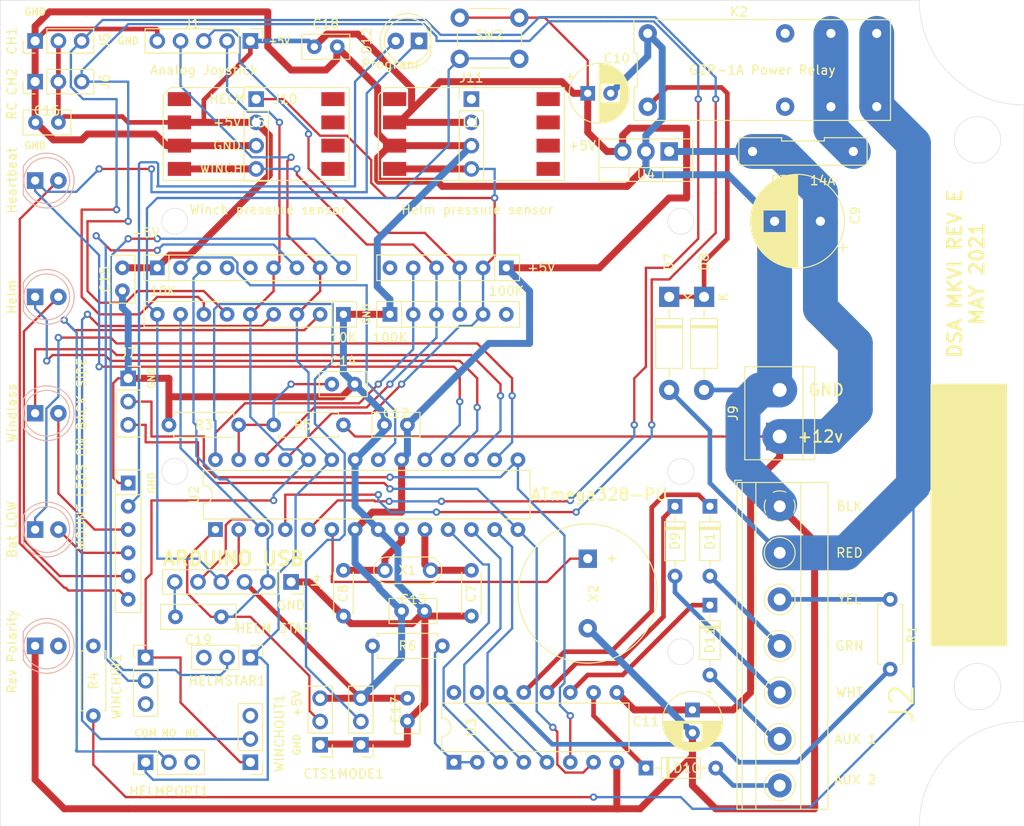
<source format=kicad_pcb>
(kicad_pcb (version 20171130) (host pcbnew "(5.1.9)-1")
  (layers (0 F.Cu signal) (31 B.Cu signal) (34 B.Paste user hide) (35 F.Paste user hide) (36 B.SilkS user hide) (37 F.SilkS user) (38 B.Mask user hide) (39 F.Mask user hide) (44 Edge.Cuts user))
  (net 0 "")
  (net 1 GNDREF)
  (net 2 "Net-(C7-Pad1)")
  (net 3 "Net-(C8-Pad1)")
  (net 4 +12V)
  (net 5 +5V)
  (net 6 "Net-(C14-Pad1)")
  (net 7 "Net-(D2-Pad2)")
  (net 8 "Net-(D3-Pad2)")
  (net 9 "Net-(D3-Pad1)")
  (net 10 "Net-(D4-Pad2)")
  (net 11 "Net-(D4-Pad1)")
  (net 12 "Net-(D5-Pad2)")
  (net 13 "Net-(D5-Pad1)")
  (net 14 +BATT)
  (net 15 "Net-(D7-Pad1)")
  (net 16 "Net-(D10-Pad2)")
  (net 17 "Net-(D10-Pad1)")
  (net 18 "Net-(D11-Pad2)")
  (net 19 "Net-(D11-Pad1)")
  (net 20 "Net-(F1-Pad2)")
  (net 21 "Net-(J1-Pad2)")
  (net 22 "Net-(J2-Pad3)")
  (net 23 "Net-(J4-Pad4)")
  (net 24 "Net-(R1-Pad2)")
  (net 25 "Net-(U2-Pad13)")
  (net 26 "Net-(U2-Pad12)")
  (net 27 "Net-(U2-Pad11)")
  (net 28 "Net-(D6-Pad2)")
  (net 29 "Net-(J4-Pad5)")
  (net 30 CH1)
  (net 31 CH2)
  (net 32 "Net-(J7-Pad2)")
  (net 33 "Net-(J7-Pad3)")
  (net 34 "Net-(D12-Pad2)")
  (net 35 "Net-(D12-Pad1)")
  (net 36 "Net-(C19-Pad2)")
  (net 37 "Net-(C19-Pad1)")
  (net 38 "Net-(D1-Pad2)")
  (net 39 "Net-(D1-Pad1)")
  (net 40 "Net-(D9-Pad2)")
  (net 41 "Net-(D9-Pad1)")
  (net 42 "Net-(J1-Pad3)")
  (net 43 "Net-(RN2-Pad2)")
  (net 44 "Net-(J10-Pad4)")
  (net 45 "Net-(J10-Pad1)")
  (net 46 "Net-(R6-Pad2)")
  (net 47 "Net-(U2-Pad6)")
  (net 48 "Net-(HELMPORT1-Pad2)")
  (net 49 "Net-(HELMPORT1-Pad1)")
  (net 50 "Net-(HELMSTAR1-Pad2)")
  (net 51 "Net-(MODE1-Pad2)")
  (net 52 "Net-(RN2-Pad7)")
  (net 53 "Net-(RN3-Pad4)")
  (module TerminalBlock_Phoenix:TerminalBlock_Phoenix_MKDS-1,5-7-5.08_1x07_P5.08mm_Horizontal (layer F.Cu) (at 181.61 107.315 270)
    (fp_text reference J2 (at 21.59 -13.335 90) (layer F.SilkS) (effects (font (size 2.54 2.54) (thickness 0.254))))
    (fp_text value ".200 EURO")
    (pad 7 thru_hole circle (at 30.48 0 270) (size 2.6 2.6) (drill 1.3) (layers *.Cu *.Mask) (net 16 "Net-(D10-Pad2)"))
    (pad 6 thru_hole circle (at 25.4 0 270) (size 2.6 2.6) (drill 1.3) (layers *.Cu *.Mask) (net 18 "Net-(D11-Pad2)"))
    (pad 5 thru_hole circle (at 20.32 0 270) (size 2.6 2.6) (drill 1.3) (layers *.Cu *.Mask) (net 40 "Net-(D9-Pad2)"))
    (pad 4 thru_hole circle (at 15.24 0 270) (size 2.6 2.6) (drill 1.3) (layers *.Cu *.Mask) (net 38 "Net-(D1-Pad2)"))
    (pad 3 thru_hole circle (at 10.16 0 270) (size 2.6 2.6) (drill 1.3) (layers *.Cu *.Mask) (net 22 "Net-(J2-Pad3)"))
    (pad 2 thru_hole circle (at 5.08 0 270) (size 2.6 2.6) (drill 1.3) (layers *.Cu *.Mask) (net 14 +BATT))
    (pad 1 thru_hole rect (at 0 0 270) (size 2.6 2.6) (drill 1.3) (layers *.Cu *.Mask) (net 1 GNDREF))
  )
  (module Resistor_THT:R_Array_SIP6 (layer F.Cu) (at 151.765 81.28 180)
    (fp_text reference 100K (at 0 -2.54) (layer F.SilkS))
    (fp_text value "100K SIP")
    (pad 6 thru_hole oval (at 12.7 0 180) (size 1.6 1.6) (drill 0.8) (layers *.Cu *.Mask))
    (pad 5 thru_hole oval (at 10.16 0 180) (size 1.6 1.6) (drill 0.8) (layers *.Cu *.Mask) (net 51 "Net-(MODE1-Pad2)"))
    (pad 4 thru_hole oval (at 7.62 0 180) (size 1.6 1.6) (drill 0.8) (layers *.Cu *.Mask) (net 44 "Net-(J10-Pad4)"))
    (pad 3 thru_hole oval (at 5.08 0 180) (size 1.6 1.6) (drill 0.8) (layers *.Cu *.Mask) (net 42 "Net-(J1-Pad3)"))
    (pad 2 thru_hole oval (at 2.54 0 180) (size 1.6 1.6) (drill 0.8) (layers *.Cu *.Mask) (net 45 "Net-(J10-Pad1)"))
    (pad 1 thru_hole rect (at 0 0 180) (size 1.6 1.6) (drill 0.8) (layers *.Cu *.Mask) (net 5 +5V))
  )
  (module Resistor_THT:R_Array_SIP6 (layer F.Cu) (at 139.065 86.36)
    (fp_text reference 100K (at 0 2.54) (layer F.SilkS))
    (fp_text value "100K SIP")
    (pad 6 thru_hole oval (at 12.7 0) (size 1.6 1.6) (drill 0.8) (layers *.Cu *.Mask))
    (pad 5 thru_hole oval (at 10.16 0) (size 1.6 1.6) (drill 0.8) (layers *.Cu *.Mask) (net 45 "Net-(J10-Pad1)"))
    (pad 4 thru_hole oval (at 7.62 0) (size 1.6 1.6) (drill 0.8) (layers *.Cu *.Mask) (net 42 "Net-(J1-Pad3)"))
    (pad 3 thru_hole oval (at 5.08 0) (size 1.6 1.6) (drill 0.8) (layers *.Cu *.Mask) (net 44 "Net-(J10-Pad4)"))
    (pad 2 thru_hole oval (at 2.54 0) (size 1.6 1.6) (drill 0.8) (layers *.Cu *.Mask) (net 51 "Net-(MODE1-Pad2)"))
    (pad 1 thru_hole rect (at 0 0) (size 1.6 1.6) (drill 0.8) (layers *.Cu *.Mask) (net 1 GNDREF))
  )
  (module Capacitor_THT:C_Disc_D8.0mm_W2.5mm_P5.00mm (layer F.Cu) (at 120.65 119.38 180)
    (fp_text reference C19 (at 2.5 -2.5) (layer F.SilkS))
    (fp_text value ".1uF 50V")
    (pad 2 thru_hole circle (at 5 0 180) (size 1.6 1.6) (drill 0.8) (layers *.Cu *.Mask) (net 36 "Net-(C19-Pad2)"))
    (pad 1 thru_hole circle (at 0 0 180) (size 1.6 1.6) (drill 0.8) (layers *.Cu *.Mask) (net 37 "Net-(C19-Pad1)"))
  )
  (module Capacitor_THT:C_Disc_D5.0mm_W2.5mm_P2.50mm (layer F.Cu) (at 109.855 81.28 270)
    (fp_text reference C15 (at 1.25 1.905 90) (layer F.SilkS))
    (fp_text value ".47uF 50V")
    (pad 2 thru_hole circle (at 2.5 0 270) (size 1.6 1.6) (drill 0.8) (layers *.Cu *.Mask) (net 1 GNDREF))
    (pad 1 thru_hole circle (at 0 0 270) (size 1.6 1.6) (drill 0.8) (layers *.Cu *.Mask) (net 5 +5V))
  )
  (module Capacitor_THT:C_Disc_D5.0mm_W2.5mm_P2.50mm (layer F.Cu) (at 132.715 93.98)
    (fp_text reference C14 (at 1.25 -2.5) (layer F.SilkS))
    (fp_text value 4N7)
    (pad 2 thru_hole circle (at 2.5 0) (size 1.6 1.6) (drill 0.8) (layers *.Cu *.Mask) (net 1 GNDREF))
    (pad 1 thru_hole circle (at 0 0) (size 1.6 1.6) (drill 0.8) (layers *.Cu *.Mask) (net 6 "Net-(C14-Pad1)"))
  )
  (module Capacitor_THT:C_Disc_D5.0mm_W2.5mm_P2.50mm (layer F.Cu) (at 102.87 65.405 180)
    (fp_text reference C16 (at 1.25 1.27) (layer F.SilkS))
    (fp_text value ".47uF 50V")
    (pad 2 thru_hole circle (at 2.5 0 180) (size 1.6 1.6) (drill 0.8) (layers *.Cu *.Mask) (net 1 GNDREF))
    (pad 1 thru_hole circle (at 0 0 180) (size 1.6 1.6) (drill 0.8) (layers *.Cu *.Mask) (net 5 +5V))
  )
  (module Capacitor_THT:C_Disc_D5.0mm_W2.5mm_P2.50mm (layer F.Cu) (at 130.81 57.15)
    (fp_text reference C18 (at 1.25 -2.5) (layer F.SilkS))
    (fp_text value ".47uF 50V")
    (pad 2 thru_hole circle (at 2.5 0) (size 1.6 1.6) (drill 0.8) (layers *.Cu *.Mask) (net 1 GNDREF))
    (pad 1 thru_hole circle (at 0 0) (size 1.6 1.6) (drill 0.8) (layers *.Cu *.Mask) (net 5 +5V))
  )
  (module Capacitor_THT:C_Disc_D5.0mm_W2.5mm_P2.50mm (layer F.Cu) (at 140.335 118.745)
    (fp_text reference C13 (at 1.27 -1.27) (layer F.SilkS))
    (fp_text value ".47uF 50V")
    (pad 2 thru_hole circle (at 2.5 0) (size 1.6 1.6) (drill 0.8) (layers *.Cu *.Mask) (net 1 GNDREF))
    (pad 1 thru_hole circle (at 0 0) (size 1.6 1.6) (drill 0.8) (layers *.Cu *.Mask) (net 5 +5V))
  )
  (module Capacitor_THT:C_Disc_D5.0mm_W2.5mm_P2.50mm (layer F.Cu) (at 140.97 128.27 270)
    (fp_text reference C17 (at 1.27 1.27 90) (layer F.SilkS))
    (fp_text value ".47uF 50V")
    (pad 2 thru_hole circle (at 2.5 0 270) (size 1.6 1.6) (drill 0.8) (layers *.Cu *.Mask) (net 1 GNDREF))
    (pad 1 thru_hole circle (at 0 0 270) (size 1.6 1.6) (drill 0.8) (layers *.Cu *.Mask) (net 5 +5V))
  )
  (module Capacitor_THT:C_Disc_D5.0mm_W2.5mm_P2.50mm (layer F.Cu) (at 140.97 98.425 180)
    (fp_text reference C12 (at 1.25 1.27) (layer F.SilkS))
    (fp_text value ".47uF 50V")
    (pad 2 thru_hole circle (at 2.5 0 180) (size 1.6 1.6) (drill 0.8) (layers *.Cu *.Mask) (net 1 GNDREF))
    (pad 1 thru_hole circle (at 0 0 180) (size 1.6 1.6) (drill 0.8) (layers *.Cu *.Mask) (net 5 +5V))
  )
  (module TerminalBlock:TerminalBlock_bornier-2_P5.08mm (layer F.Cu) (at 181.61 99.695 90)
    (fp_text reference J9 (at 2.54 -5.08 90) (layer F.SilkS))
    (fp_text value "Cytron Pwr")
    (pad 2 thru_hole circle (at 5.08 0 90) (size 3 3) (drill 1.52) (layers *.Cu *.Mask) (net 1 GNDREF))
    (pad 1 thru_hole rect (at 0 0 90) (size 3 3) (drill 1.52) (layers *.Cu *.Mask) (net 4 +12V))
  )
  (module Package_DIP:DIP-28_W7.62mm (layer F.Cu) (at 120.015 109.855 90)
    (fp_text reference U2 (at 3.81 -2.33 90) (layer F.SilkS))
    (fp_text value ATmega328-PU (at 3.81 41.91 180) (layer F.SilkS) (effects (font (size 1.27 1.27) (thickness 0.2032))))
    (pad 1 thru_hole rect (at 0 0 90) (size 1.6 1.6) (drill 0.8) (layers *.Cu *.Mask) (net 37 "Net-(C19-Pad1)"))
    (pad 15 thru_hole oval (at 7.62 33.02 90) (size 1.6 1.6) (drill 0.8) (layers *.Cu *.Mask) (net 32 "Net-(J7-Pad2)"))
    (pad 2 thru_hole oval (at 0 2.54 90) (size 1.6 1.6) (drill 0.8) (layers *.Cu *.Mask) (net 23 "Net-(J4-Pad4)"))
    (pad 16 thru_hole oval (at 7.62 30.48 90) (size 1.6 1.6) (drill 0.8) (layers *.Cu *.Mask) (net 13 "Net-(D5-Pad1)"))
    (pad 3 thru_hole oval (at 0 5.08 90) (size 1.6 1.6) (drill 0.8) (layers *.Cu *.Mask) (net 29 "Net-(J4-Pad5)"))
    (pad 17 thru_hole oval (at 7.62 27.94 90) (size 1.6 1.6) (drill 0.8) (layers *.Cu *.Mask) (net 11 "Net-(D4-Pad1)"))
    (pad 4 thru_hole oval (at 0 7.62 90) (size 1.6 1.6) (drill 0.8) (layers *.Cu *.Mask) (net 30 CH1))
    (pad 18 thru_hole oval (at 7.62 25.4 90) (size 1.6 1.6) (drill 0.8) (layers *.Cu *.Mask) (net 9 "Net-(D3-Pad1)"))
    (pad 5 thru_hole oval (at 0 10.16 90) (size 1.6 1.6) (drill 0.8) (layers *.Cu *.Mask) (net 31 CH2))
    (pad 19 thru_hole oval (at 7.62 22.86 90) (size 1.6 1.6) (drill 0.8) (layers *.Cu *.Mask) (net 35 "Net-(D12-Pad1)"))
    (pad 6 thru_hole oval (at 0 12.7 90) (size 1.6 1.6) (drill 0.8) (layers *.Cu *.Mask) (net 47 "Net-(U2-Pad6)"))
    (pad 20 thru_hole oval (at 7.62 20.32 90) (size 1.6 1.6) (drill 0.8) (layers *.Cu *.Mask) (net 5 +5V))
    (pad 7 thru_hole oval (at 0 15.24 90) (size 1.6 1.6) (drill 0.8) (layers *.Cu *.Mask) (net 5 +5V))
    (pad 21 thru_hole oval (at 7.62 17.78 90) (size 1.6 1.6) (drill 0.8) (layers *.Cu *.Mask) (net 43 "Net-(RN2-Pad2)"))
    (pad 8 thru_hole oval (at 0 17.78 90) (size 1.6 1.6) (drill 0.8) (layers *.Cu *.Mask) (net 1 GNDREF))
    (pad 22 thru_hole oval (at 7.62 15.24 90) (size 1.6 1.6) (drill 0.8) (layers *.Cu *.Mask) (net 1 GNDREF))
    (pad 9 thru_hole oval (at 0 20.32 90) (size 1.6 1.6) (drill 0.8) (layers *.Cu *.Mask) (net 3 "Net-(C8-Pad1)"))
    (pad 23 thru_hole oval (at 7.62 12.7 90) (size 1.6 1.6) (drill 0.8) (layers *.Cu *.Mask) (net 49 "Net-(HELMPORT1-Pad1)"))
    (pad 10 thru_hole oval (at 0 22.86 90) (size 1.6 1.6) (drill 0.8) (layers *.Cu *.Mask) (net 2 "Net-(C7-Pad1)"))
    (pad 24 thru_hole oval (at 7.62 10.16 90) (size 1.6 1.6) (drill 0.8) (layers *.Cu *.Mask) (net 21 "Net-(J1-Pad2)"))
    (pad 11 thru_hole oval (at 0 25.4 90) (size 1.6 1.6) (drill 0.8) (layers *.Cu *.Mask) (net 27 "Net-(U2-Pad11)"))
    (pad 25 thru_hole oval (at 7.62 7.62 90) (size 1.6 1.6) (drill 0.8) (layers *.Cu *.Mask) (net 45 "Net-(J10-Pad1)"))
    (pad 12 thru_hole oval (at 0 27.94 90) (size 1.6 1.6) (drill 0.8) (layers *.Cu *.Mask) (net 26 "Net-(U2-Pad12)"))
    (pad 26 thru_hole oval (at 7.62 5.08 90) (size 1.6 1.6) (drill 0.8) (layers *.Cu *.Mask) (net 44 "Net-(J10-Pad4)"))
    (pad 13 thru_hole oval (at 0 30.48 90) (size 1.6 1.6) (drill 0.8) (layers *.Cu *.Mask) (net 25 "Net-(U2-Pad13)"))
    (pad 27 thru_hole oval (at 7.62 2.54 90) (size 1.6 1.6) (drill 0.8) (layers *.Cu *.Mask) (net 6 "Net-(C14-Pad1)"))
    (pad 14 thru_hole oval (at 0 33.02 90) (size 1.6 1.6) (drill 0.8) (layers *.Cu *.Mask) (net 33 "Net-(J7-Pad3)"))
    (pad 28 thru_hole oval (at 7.62 0 90) (size 1.6 1.6) (drill 0.8) (layers *.Cu *.Mask) (net 51 "Net-(MODE1-Pad2)"))
  )
  (module LED_THT:LED_D5.0mm (layer B.Cu) (at 100.33 84.455)
    (fp_text reference D3 hide)
    (fp_text value Helm (at -2.54 0 90) (layer F.SilkS))
    (pad 2 thru_hole circle (at 2.54 0) (size 1.8 1.8) (drill 0.9) (layers *.Cu *.Mask) (net 8 "Net-(D3-Pad2)"))
    (pad 1 thru_hole rect (at 0 0) (size 1.8 1.8) (drill 0.9) (layers *.Cu *.Mask) (net 9 "Net-(D3-Pad1)"))
  )
  (module Connector_PinSocket_2.54mm:PinSocket_1x03_P2.54mm_Vertical (layer F.Cu) (at 110.49 93.345)
    (fp_text reference J7 (at 0 -2.77) (layer F.SilkS))
    (fp_text value "Cytron PWM")
    (pad 1 thru_hole rect (at 0 0) (size 1.7 1.7) (drill 1) (layers *.Cu *.Mask) (net 1 GNDREF))
    (pad 2 thru_hole oval (at 0 2.54) (size 1.7 1.7) (drill 1) (layers *.Cu *.Mask) (net 32 "Net-(J7-Pad2)"))
    (pad 3 thru_hole oval (at 0 5.08) (size 1.7 1.7) (drill 1) (layers *.Cu *.Mask) (net 33 "Net-(J7-Pad3)"))
  )
  (module Resistor_THT:R_Axial_DIN0207_L6.3mm_D2.5mm_P7.62mm_Horizontal (layer F.Cu) (at 137.16 122.555)
    (fp_text reference R6 (at 3.81 0) (layer F.SilkS))
    (fp_text value 10K)
    (pad 2 thru_hole oval (at 7.62 0) (size 1.6 1.6) (drill 0.8) (layers *.Cu *.Mask) (net 46 "Net-(R6-Pad2)"))
    (pad 1 thru_hole circle (at 0 0) (size 1.6 1.6) (drill 0.8) (layers *.Cu *.Mask) (net 5 +5V))
  )
  (module Connector_PinHeader_2.54mm:PinHeader_1x04_P2.54mm_Vertical (layer F.Cu) (at 147.955 62.865)
    (fp_text reference J11 (at 0 -2.33) (layer F.SilkS))
    (fp_text value "S&P HELM")
    (pad 4 thru_hole oval (at 0 7.62) (size 1.7 1.7) (drill 1) (layers *.Cu *.Mask) (net 45 "Net-(J10-Pad1)"))
    (pad 3 thru_hole oval (at 0 5.08) (size 1.7 1.7) (drill 1) (layers *.Cu *.Mask) (net 1 GNDREF))
    (pad 2 thru_hole oval (at 0 2.54) (size 1.7 1.7) (drill 1) (layers *.Cu *.Mask) (net 5 +5V))
    (pad 1 thru_hole rect (at 0 0) (size 1.7 1.7) (drill 1) (layers *.Cu *.Mask))
  )
  (module Connector_PinHeader_2.54mm:PinHeader_1x04_P2.54mm_Vertical (layer F.Cu) (at 124.46 62.865)
    (fp_text reference J10 (at 3.175 0) (layer F.SilkS))
    (fp_text value "S&P WINCH")
    (pad 4 thru_hole oval (at 0 7.62) (size 1.7 1.7) (drill 1) (layers *.Cu *.Mask) (net 44 "Net-(J10-Pad4)"))
    (pad 3 thru_hole oval (at 0 5.08) (size 1.7 1.7) (drill 1) (layers *.Cu *.Mask) (net 1 GNDREF))
    (pad 2 thru_hole oval (at 0 2.54) (size 1.7 1.7) (drill 1) (layers *.Cu *.Mask) (net 5 +5V))
    (pad 1 thru_hole rect (at 0 0) (size 1.7 1.7) (drill 1) (layers *.Cu *.Mask) (net 45 "Net-(J10-Pad1)"))
  )
  (module Resistor_THT:R_Array_SIP6 (layer F.Cu) (at 110.49 104.775 270)
    (fp_text reference RN1)
    (fp_text value 470R)
    (pad 1 thru_hole rect (at 0 0 270) (size 1.6 1.6) (drill 0.8) (layers *.Cu *.Mask) (net 1 GNDREF))
    (pad 2 thru_hole oval (at 2.54 0 270) (size 1.6 1.6) (drill 0.8) (layers *.Cu *.Mask) (net 34 "Net-(D12-Pad2)"))
    (pad 3 thru_hole oval (at 5.08 0 270) (size 1.6 1.6) (drill 0.8) (layers *.Cu *.Mask) (net 10 "Net-(D4-Pad2)"))
    (pad 4 thru_hole oval (at 7.62 0 270) (size 1.6 1.6) (drill 0.8) (layers *.Cu *.Mask) (net 12 "Net-(D5-Pad2)"))
    (pad 5 thru_hole oval (at 10.16 0 270) (size 1.6 1.6) (drill 0.8) (layers *.Cu *.Mask) (net 8 "Net-(D3-Pad2)"))
    (pad 6 thru_hole oval (at 12.7 0 270) (size 1.6 1.6) (drill 0.8) (layers *.Cu *.Mask) (net 7 "Net-(D2-Pad2)"))
  )
  (module "IML parts:MPXV7007" (layer F.Cu) (at 124.46 66.675 270)
    (fp_text reference U5 (at -1.27 0) (layer F.SilkS))
    (fp_text value "Winch pressure sensor" (at 8.255 -1.27 180) (layer F.SilkS))
    (pad 4 smd rect (at 3.81 8.38 270) (size 1.52 2.54) (layers F.Cu F.Paste F.Mask) (net 44 "Net-(J10-Pad4)"))
    (pad 5 smd rect (at 3.81 -8.38 270) (size 1.52 2.54) (layers F.Cu F.Paste F.Mask))
    (pad 3 smd rect (at 1.27 8.38 270) (size 1.52 2.54) (layers F.Cu F.Paste F.Mask) (net 1 GNDREF))
    (pad 6 smd rect (at 1.27 -8.38 270) (size 1.52 2.54) (layers F.Cu F.Paste F.Mask))
    (pad 2 smd rect (at -1.27 8.38 270) (size 1.52 2.54) (layers F.Cu F.Paste F.Mask) (net 5 +5V))
    (pad 7 smd rect (at -1.27 -8.38 270) (size 1.52 2.54) (layers F.Cu F.Paste F.Mask))
    (pad 1 smd rect (at -3.81 8.38 270) (size 1.52 2.54) (layers F.Cu F.Paste F.Mask))
    (pad 8 smd rect (at -3.81 -8.38 270) (size 1.52 2.54) (layers F.Cu F.Paste F.Mask))
  )
  (module Resistor_THT:R_Axial_DIN0207_L6.3mm_D2.5mm_P7.62mm_Horizontal (layer F.Cu) (at 193.675 117.475 270)
    (fp_text reference R1 (at 3.81 -2.37 90) (layer F.SilkS))
    (fp_text value 470R)
    (pad 2 thru_hole oval (at 7.62 0 270) (size 1.6 1.6) (drill 0.8) (layers *.Cu *.Mask) (net 24 "Net-(R1-Pad2)"))
    (pad 1 thru_hole circle (at 0 0 270) (size 1.6 1.6) (drill 0.8) (layers *.Cu *.Mask) (net 22 "Net-(J2-Pad3)"))
  )
  (module Resistor_THT:R_Array_SIP9 (layer F.Cu) (at 133.985 86.36 180)
    (fp_text reference 10K (at 0 -2.54) (layer F.SilkS))
    (fp_text value 10K)
    (pad 9 thru_hole oval (at 20.32 0 180) (size 1.6 1.6) (drill 0.8) (layers *.Cu *.Mask) (net 23 "Net-(J4-Pad4)"))
    (pad 8 thru_hole oval (at 17.78 0 180) (size 1.6 1.6) (drill 0.8) (layers *.Cu *.Mask) (net 29 "Net-(J4-Pad5)"))
    (pad 7 thru_hole oval (at 15.24 0 180) (size 1.6 1.6) (drill 0.8) (layers *.Cu *.Mask) (net 30 CH1))
    (pad 6 thru_hole oval (at 12.7 0 180) (size 1.6 1.6) (drill 0.8) (layers *.Cu *.Mask) (net 31 CH2))
    (pad 5 thru_hole oval (at 10.16 0 180) (size 1.6 1.6) (drill 0.8) (layers *.Cu *.Mask) (net 21 "Net-(J1-Pad2)"))
    (pad 4 thru_hole oval (at 7.62 0 180) (size 1.6 1.6) (drill 0.8) (layers *.Cu *.Mask) (net 53 "Net-(RN3-Pad4)"))
    (pad 3 thru_hole oval (at 5.08 0 180) (size 1.6 1.6) (drill 0.8) (layers *.Cu *.Mask) (net 49 "Net-(HELMPORT1-Pad1)"))
    (pad 2 thru_hole oval (at 2.54 0 180) (size 1.6 1.6) (drill 0.8) (layers *.Cu *.Mask) (net 48 "Net-(HELMPORT1-Pad2)"))
    (pad 1 thru_hole rect (at 0 0 180) (size 1.6 1.6) (drill 0.8) (layers *.Cu *.Mask) (net 1 GNDREF))
  )
  (module Buzzer_Beeper:Buzzer_15x7.5RM7.6 (layer F.Cu) (at 160.655 113.03 270)
    (fp_text reference X2 (at 3.81 -0.635 90) (layer F.SilkS))
    (fp_text value Buzzer)
    (fp_text user + (at -0.01 -2.54 90) (layer F.SilkS))
    (pad 2 thru_hole circle (at 7.6 0 270) (size 2 2) (drill 1) (layers *.Cu *.Mask) (net 1 GNDREF))
    (pad 1 thru_hole rect (at 0 0 270) (size 2 2) (drill 1) (layers *.Cu *.Mask) (net 47 "Net-(U2-Pad6)"))
  )
  (module Resistor_THT:R_Axial_DIN0207_L6.3mm_D2.5mm_P7.62mm_Horizontal (layer F.Cu) (at 133.985 98.425 180)
    (fp_text reference R5 (at 4.445 0) (layer F.SilkS))
    (fp_text value 11K)
    (pad 2 thru_hole oval (at 7.62 0 180) (size 1.6 1.6) (drill 0.8) (layers *.Cu *.Mask) (net 6 "Net-(C14-Pad1)"))
    (pad 1 thru_hole circle (at 0 0 180) (size 1.6 1.6) (drill 0.8) (layers *.Cu *.Mask) (net 4 +12V))
  )
  (module Resistor_THT:R_Array_SIP9 (layer F.Cu) (at 113.665 81.28)
    (fp_text reference 10K (at 0.635 2.54) (layer F.SilkS))
    (fp_text value 10K)
    (pad 9 thru_hole oval (at 20.32 0) (size 1.6 1.6) (drill 0.8) (layers *.Cu *.Mask) (net 50 "Net-(HELMSTAR1-Pad2)"))
    (pad 8 thru_hole oval (at 17.78 0) (size 1.6 1.6) (drill 0.8) (layers *.Cu *.Mask) (net 49 "Net-(HELMPORT1-Pad1)"))
    (pad 7 thru_hole oval (at 15.24 0) (size 1.6 1.6) (drill 0.8) (layers *.Cu *.Mask) (net 52 "Net-(RN2-Pad7)"))
    (pad 6 thru_hole oval (at 12.7 0) (size 1.6 1.6) (drill 0.8) (layers *.Cu *.Mask) (net 21 "Net-(J1-Pad2)"))
    (pad 5 thru_hole oval (at 10.16 0) (size 1.6 1.6) (drill 0.8) (layers *.Cu *.Mask))
    (pad 4 thru_hole oval (at 7.62 0) (size 1.6 1.6) (drill 0.8) (layers *.Cu *.Mask))
    (pad 3 thru_hole oval (at 5.08 0) (size 1.6 1.6) (drill 0.8) (layers *.Cu *.Mask) (net 37 "Net-(C19-Pad1)"))
    (pad 2 thru_hole oval (at 2.54 0) (size 1.6 1.6) (drill 0.8) (layers *.Cu *.Mask) (net 43 "Net-(RN2-Pad2)"))
    (pad 1 thru_hole rect (at 0 0) (size 1.6 1.6) (drill 0.8) (layers *.Cu *.Mask) (net 5 +5V))
  )
  (module Diode_THT:D_DO-35_SOD27_P7.62mm_Horizontal (layer F.Cu) (at 170.18 107.315 270)
    (fp_text reference D9 (at 3.81 0 90) (layer F.SilkS))
    (fp_text value BAT48RL)
    (pad 2 thru_hole oval (at 7.62 0 270) (size 1.6 1.6) (drill 0.8) (layers *.Cu *.Mask) (net 40 "Net-(D9-Pad2)"))
    (pad 1 thru_hole rect (at 0 0 270) (size 1.6 1.6) (drill 0.8) (layers *.Cu *.Mask) (net 41 "Net-(D9-Pad1)"))
  )
  (module Diode_THT:D_DO-35_SOD27_P7.62mm_Horizontal (layer F.Cu) (at 173.99 107.315 270)
    (fp_text reference D1 (at 3.81 0 90) (layer F.SilkS))
    (fp_text value BAT48RL)
    (pad 2 thru_hole oval (at 7.62 0 270) (size 1.6 1.6) (drill 0.8) (layers *.Cu *.Mask) (net 38 "Net-(D1-Pad2)"))
    (pad 1 thru_hole rect (at 0 0 270) (size 1.6 1.6) (drill 0.8) (layers *.Cu *.Mask) (net 39 "Net-(D1-Pad1)"))
  )
  (module Connector_PinHeader_2.54mm:PinHeader_1x03_P2.54mm_Vertical (layer F.Cu) (at 123.825 135.255 180)
    (fp_text reference WINCHOUT1 (at -3.175 3.175 90) (layer F.SilkS))
    (fp_text value "WINCH OUT")
    (pad 3 thru_hole oval (at 0 5.08 180) (size 1.7 1.7) (drill 1) (layers *.Cu *.Mask))
    (pad 2 thru_hole oval (at 0 2.54 180) (size 1.7 1.7) (drill 1) (layers *.Cu *.Mask) (net 53 "Net-(RN3-Pad4)"))
    (pad 1 thru_hole rect (at 0 0 180) (size 1.7 1.7) (drill 1) (layers *.Cu *.Mask) (net 21 "Net-(J1-Pad2)"))
  )
  (module Connector_PinHeader_2.54mm:PinHeader_1x03_P2.54mm_Vertical (layer F.Cu) (at 112.395 135.255 90)
    (fp_text reference HELMPORT1 (at -3.175 2.54 180) (layer F.SilkS))
    (fp_text value "HELM PORT")
    (pad 3 thru_hole oval (at 0 5.08 90) (size 1.7 1.7) (drill 1) (layers *.Cu *.Mask))
    (pad 2 thru_hole oval (at 0 2.54 90) (size 1.7 1.7) (drill 1) (layers *.Cu *.Mask) (net 48 "Net-(HELMPORT1-Pad2)"))
    (pad 1 thru_hole rect (at 0 0 90) (size 1.7 1.7) (drill 1) (layers *.Cu *.Mask) (net 49 "Net-(HELMPORT1-Pad1)"))
  )
  (module Connector_PinHeader_2.54mm:PinHeader_1x03_P2.54mm_Vertical (layer F.Cu) (at 112.395 123.825)
    (fp_text reference WINCHIN1 (at -3.175 3.175 -90) (layer F.SilkS))
    (fp_text value "WINCH IN")
    (pad 3 thru_hole oval (at 0 5.08) (size 1.7 1.7) (drill 1) (layers *.Cu *.Mask))
    (pad 2 thru_hole oval (at 0 2.54) (size 1.7 1.7) (drill 1) (layers *.Cu *.Mask) (net 52 "Net-(RN2-Pad7)"))
    (pad 1 thru_hole rect (at 0 0) (size 1.7 1.7) (drill 1) (layers *.Cu *.Mask) (net 21 "Net-(J1-Pad2)"))
  )
  (module Connector_PinHeader_2.54mm:PinHeader_1x03_P2.54mm_Vertical (layer F.Cu) (at 123.825 123.825 270)
    (fp_text reference HELMSTAR1 (at 2.54 2.54 180) (layer F.SilkS))
    (fp_text value "HELM STAR")
    (pad 3 thru_hole oval (at 0 5.08 270) (size 1.7 1.7) (drill 1) (layers *.Cu *.Mask))
    (pad 2 thru_hole oval (at 0 2.54 270) (size 1.7 1.7) (drill 1) (layers *.Cu *.Mask) (net 50 "Net-(HELMSTAR1-Pad2)"))
    (pad 1 thru_hole rect (at 0 0 270) (size 1.7 1.7) (drill 1) (layers *.Cu *.Mask) (net 49 "Net-(HELMPORT1-Pad1)"))
  )
  (module Connector_PinHeader_2.54mm:PinHeader_1x03_P2.54mm_Vertical (layer F.Cu) (at 135.89 133.35 180)
    (fp_text reference MODE1 (at 0 -3.175) (layer F.SilkS))
    (fp_text value Jumper_MODE)
    (pad 3 thru_hole oval (at 0 5.08 180) (size 1.7 1.7) (drill 1) (layers *.Cu *.Mask) (net 5 +5V))
    (pad 2 thru_hole oval (at 0 2.54 180) (size 1.7 1.7) (drill 1) (layers *.Cu *.Mask) (net 51 "Net-(MODE1-Pad2)"))
    (pad 1 thru_hole rect (at 0 0 180) (size 1.7 1.7) (drill 1) (layers *.Cu *.Mask) (net 1 GNDREF))
  )
  (module Connector_PinHeader_2.54mm:PinHeader_1x03_P2.54mm_Vertical (layer F.Cu) (at 131.445 133.35 180)
    (fp_text reference CTS1 (at 0 -3.175) (layer F.SilkS))
    (fp_text value Jumper_CTS)
    (pad 3 thru_hole oval (at 0 5.08 180) (size 1.7 1.7) (drill 1) (layers *.Cu *.Mask) (net 5 +5V))
    (pad 2 thru_hole oval (at 0 2.54 180) (size 1.7 1.7) (drill 1) (layers *.Cu *.Mask) (net 37 "Net-(C19-Pad1)"))
    (pad 1 thru_hole rect (at 0 0 180) (size 1.7 1.7) (drill 1) (layers *.Cu *.Mask) (net 1 GNDREF))
  )
  (module Connector_PinHeader_2.54mm:PinHeader_1x03_P2.54mm_Vertical (layer F.Cu) (at 100.33 60.96 90)
    (fp_text reference J6 (at 0 7.62 90) (layer F.SilkS))
    (fp_text value CH2 (at 0 -2.54 90) (layer F.SilkS))
    (pad 3 thru_hole oval (at 0 5.08 90) (size 1.7 1.7) (drill 1) (layers *.Cu *.Mask) (net 31 CH2))
    (pad 2 thru_hole oval (at 0 2.54 90) (size 1.7 1.7) (drill 1) (layers *.Cu *.Mask) (net 5 +5V))
    (pad 1 thru_hole rect (at 0 0 90) (size 1.7 1.7) (drill 1) (layers *.Cu *.Mask) (net 1 GNDREF))
  )
  (module Connector_PinHeader_2.54mm:PinHeader_1x03_P2.54mm_Vertical (layer F.Cu) (at 100.33 56.515 90)
    (fp_text reference J5 (at 0 7.62 90) (layer F.SilkS))
    (fp_text value CH1 (at 0 -2.54 90) (layer F.SilkS))
    (pad 3 thru_hole oval (at 0 5.08 90) (size 1.7 1.7) (drill 1) (layers *.Cu *.Mask) (net 30 CH1))
    (pad 2 thru_hole oval (at 0 2.54 90) (size 1.7 1.7) (drill 1) (layers *.Cu *.Mask) (net 5 +5V))
    (pad 1 thru_hole rect (at 0 0 90) (size 1.7 1.7) (drill 1) (layers *.Cu *.Mask) (net 1 GNDREF))
  )
  (module Crystal:Resonator-2Pin_W7.0mm_H2.5mm (layer F.Cu) (at 143.51 114.3 180)
    (fp_text reference X1 (at 2.54 0) (layer F.SilkS))
    (fp_text value "16 mhz xtal")
    (pad 1 thru_hole circle (at 0 0 180) (size 1.7 1.7) (drill 1) (layers *.Cu *.Mask) (net 2 "Net-(C7-Pad1)"))
    (pad 2 thru_hole circle (at 5 0 180) (size 1.7 1.7) (drill 1) (layers *.Cu *.Mask) (net 3 "Net-(C8-Pad1)"))
  )
  (module Package_DIP:DIP-16_W7.62mm (layer F.Cu) (at 146.05 135.255 90)
    (fp_text reference U3 (at 3.81 1.905 90) (layer F.SilkS))
    (fp_text value ULN2003)
    (pad 1 thru_hole rect (at 0 0 90) (size 1.6 1.6) (drill 0.8) (layers *.Cu *.Mask) (net 46 "Net-(R6-Pad2)"))
    (pad 9 thru_hole oval (at 7.62 17.78 90) (size 1.6 1.6) (drill 0.8) (layers *.Cu *.Mask) (net 4 +12V))
    (pad 2 thru_hole oval (at 0 2.54 90) (size 1.6 1.6) (drill 0.8) (layers *.Cu *.Mask) (net 46 "Net-(R6-Pad2)"))
    (pad 10 thru_hole oval (at 7.62 15.24 90) (size 1.6 1.6) (drill 0.8) (layers *.Cu *.Mask) (net 17 "Net-(D10-Pad1)"))
    (pad 3 thru_hole oval (at 0 5.08 90) (size 1.6 1.6) (drill 0.8) (layers *.Cu *.Mask) (net 27 "Net-(U2-Pad11)"))
    (pad 11 thru_hole oval (at 7.62 12.7 90) (size 1.6 1.6) (drill 0.8) (layers *.Cu *.Mask) (net 19 "Net-(D11-Pad1)"))
    (pad 4 thru_hole oval (at 0 7.62 90) (size 1.6 1.6) (drill 0.8) (layers *.Cu *.Mask) (net 26 "Net-(U2-Pad12)"))
    (pad 12 thru_hole oval (at 7.62 10.16 90) (size 1.6 1.6) (drill 0.8) (layers *.Cu *.Mask) (net 41 "Net-(D9-Pad1)"))
    (pad 5 thru_hole oval (at 0 10.16 90) (size 1.6 1.6) (drill 0.8) (layers *.Cu *.Mask) (net 25 "Net-(U2-Pad13)"))
    (pad 13 thru_hole oval (at 7.62 7.62 90) (size 1.6 1.6) (drill 0.8) (layers *.Cu *.Mask) (net 39 "Net-(D1-Pad1)"))
    (pad 6 thru_hole oval (at 0 12.7 90) (size 1.6 1.6) (drill 0.8) (layers *.Cu *.Mask) (net 32 "Net-(J7-Pad2)"))
    (pad 14 thru_hole oval (at 7.62 5.08 90) (size 1.6 1.6) (drill 0.8) (layers *.Cu *.Mask) (net 24 "Net-(R1-Pad2)"))
    (pad 7 thru_hole oval (at 0 15.24 90) (size 1.6 1.6) (drill 0.8) (layers *.Cu *.Mask) (net 33 "Net-(J7-Pad3)"))
    (pad 15 thru_hole oval (at 7.62 2.54 90) (size 1.6 1.6) (drill 0.8) (layers *.Cu *.Mask))
    (pad 8 thru_hole oval (at 0 17.78 90) (size 1.6 1.6) (drill 0.8) (layers *.Cu *.Mask) (net 1 GNDREF))
    (pad 16 thru_hole oval (at 7.62 0 90) (size 1.6 1.6) (drill 0.8) (layers *.Cu *.Mask))
  )
  (module "IML parts:MPXV7007" (layer F.Cu) (at 147.955 66.675 270)
    (fp_text reference U1 (at -1.27 0) (layer F.SilkS))
    (fp_text value "Helm pressure sensor" (at 8.255 -0.635 180) (layer F.SilkS))
    (pad 4 smd rect (at 3.81 8.38 270) (size 1.52 2.54) (layers F.Cu F.Paste F.Mask) (net 45 "Net-(J10-Pad1)"))
    (pad 5 smd rect (at 3.81 -8.38 270) (size 1.52 2.54) (layers F.Cu F.Paste F.Mask))
    (pad 3 smd rect (at 1.27 8.38 270) (size 1.52 2.54) (layers F.Cu F.Paste F.Mask) (net 1 GNDREF))
    (pad 6 smd rect (at 1.27 -8.38 270) (size 1.52 2.54) (layers F.Cu F.Paste F.Mask))
    (pad 2 smd rect (at -1.27 8.38 270) (size 1.52 2.54) (layers F.Cu F.Paste F.Mask) (net 5 +5V))
    (pad 7 smd rect (at -1.27 -8.38 270) (size 1.52 2.54) (layers F.Cu F.Paste F.Mask))
    (pad 1 smd rect (at -3.81 8.38 270) (size 1.52 2.54) (layers F.Cu F.Paste F.Mask))
    (pad 8 smd rect (at -3.81 -8.38 270) (size 1.52 2.54) (layers F.Cu F.Paste F.Mask))
  )
  (module Capacitor_THT:CP_Radial_D6.3mm_P2.50mm (layer F.Cu) (at 172.085 129.54 270)
    (fp_text reference C11 (at 1.27 5.08 180) (layer F.SilkS))
    (fp_text value "10uF 16V")
    (pad 1 thru_hole rect (at 0 0 270) (size 1.6 1.6) (drill 0.8) (layers *.Cu *.Mask) (net 4 +12V))
    (pad 2 thru_hole circle (at 2.5 0 270) (size 1.6 1.6) (drill 0.8) (layers *.Cu *.Mask) (net 1 GNDREF))
  )
  (module Button_Switch_THT:SW_PUSH_6mm_H4.3mm (layer F.Cu) (at 146.685 53.975)
    (fp_text reference SW2 (at 3.175 1.905 180) (layer F.SilkS))
    (fp_text value Program (at -7.62 5.08) (layer F.SilkS))
    (pad 1 thru_hole circle (at 6.5 0 90) (size 2 2) (drill 1.1) (layers *.Cu *.Mask) (net 5 +5V))
    (pad 2 thru_hole circle (at 6.5 4.5 90) (size 2 2) (drill 1.1) (layers *.Cu *.Mask) (net 23 "Net-(J4-Pad4)"))
    (pad 1 thru_hole circle (at 0 0 90) (size 2 2) (drill 1.1) (layers *.Cu *.Mask) (net 5 +5V))
    (pad 2 thru_hole circle (at 0 4.5 90) (size 2 2) (drill 1.1) (layers *.Cu *.Mask) (net 23 "Net-(J4-Pad4)"))
  )
  (module Capacitor_THT:C_Disc_D4.3mm_W1.9mm_P5.00mm (layer F.Cu) (at 147.955 114.3 270)
    (fp_text reference C7 (at 2.54 0 90) (layer F.SilkS))
    (fp_text value "22 pF")
    (pad 2 thru_hole circle (at 5 0 270) (size 1.6 1.6) (drill 0.8) (layers *.Cu *.Mask) (net 1 GNDREF))
    (pad 1 thru_hole circle (at 0 0 270) (size 1.6 1.6) (drill 0.8) (layers *.Cu *.Mask) (net 2 "Net-(C7-Pad1)"))
  )
  (module Capacitor_THT:C_Disc_D4.3mm_W1.9mm_P5.00mm (layer F.Cu) (at 133.985 114.3 270)
    (fp_text reference C8 (at 2.54 0 90) (layer F.SilkS))
    (fp_text value "22 pF")
    (pad 1 thru_hole circle (at 0 0 270) (size 1.6 1.6) (drill 0.8) (layers *.Cu *.Mask) (net 3 "Net-(C8-Pad1)"))
    (pad 2 thru_hole circle (at 5 0 270) (size 1.6 1.6) (drill 0.8) (layers *.Cu *.Mask) (net 1 GNDREF))
  )
  (module Capacitor_THT:CP_Radial_D10.0mm_P5.00mm (layer F.Cu) (at 186.055 76.2 180)
    (fp_text reference C9 (at -3.81 0.635 270) (layer F.SilkS))
    (fp_text value "1000 uF 16V")
    (pad 1 thru_hole rect (at 0 0 180) (size 2 2) (drill 1) (layers *.Cu *.Mask) (net 4 +12V))
    (pad 2 thru_hole circle (at 5 0 180) (size 2 2) (drill 1) (layers *.Cu *.Mask) (net 1 GNDREF))
  )
  (module Capacitor_THT:CP_Radial_D6.3mm_P2.50mm (layer F.Cu) (at 160.655 62.23)
    (fp_text reference C10 (at 3.175 -3.81) (layer F.SilkS))
    (fp_text value "10 uF 16V")
    (pad 2 thru_hole circle (at 2.5 0) (size 1.6 1.6) (drill 0.8) (layers *.Cu *.Mask) (net 1 GNDREF))
    (pad 1 thru_hole rect (at 0 0) (size 1.6 1.6) (drill 0.8) (layers *.Cu *.Mask) (net 5 +5V))
  )
  (module LED_THT:LED_D5.0mm (layer B.Cu) (at 100.33 71.755)
    (fp_text reference D2 hide)
    (fp_text value Heartbeat (at -2.54 0 90) (layer F.SilkS))
    (pad 1 thru_hole rect (at 0 0) (size 1.8 1.8) (drill 0.9) (layers *.Cu *.Mask) (net 35 "Net-(D12-Pad1)"))
    (pad 2 thru_hole circle (at 2.54 0) (size 1.8 1.8) (drill 0.9) (layers *.Cu *.Mask) (net 7 "Net-(D2-Pad2)"))
  )
  (module LED_THT:LED_D5.0mm (layer B.Cu) (at 100.33 97.155)
    (fp_text reference D4 hide)
    (fp_text value Windlass (at -2.54 0 90) (layer F.SilkS))
    (pad 2 thru_hole circle (at 2.54 0) (size 1.8 1.8) (drill 0.9) (layers *.Cu *.Mask) (net 10 "Net-(D4-Pad2)"))
    (pad 1 thru_hole rect (at 0 0) (size 1.8 1.8) (drill 0.9) (layers *.Cu *.Mask) (net 11 "Net-(D4-Pad1)"))
  )
  (module LED_THT:LED_D5.0mm (layer B.Cu) (at 100.33 109.855)
    (fp_text reference D5 hide)
    (fp_text value "Bat LOW" (at -2.54 0 90) (layer F.SilkS))
    (pad 1 thru_hole rect (at 0 0) (size 1.8 1.8) (drill 0.9) (layers *.Cu *.Mask) (net 13 "Net-(D5-Pad1)"))
    (pad 2 thru_hole circle (at 2.54 0) (size 1.8 1.8) (drill 0.9) (layers *.Cu *.Mask) (net 12 "Net-(D5-Pad2)"))
  )
  (module LED_THT:LED_D5.0mm (layer B.Cu) (at 100.33 122.555)
    (fp_text reference D6 hide)
    (fp_text value "Rev Polarity" (at -2.54 0.635 90) (layer F.SilkS))
    (pad 1 thru_hole rect (at 0 0) (size 1.8 1.8) (drill 0.9) (layers *.Cu *.Mask) (net 1 GNDREF))
    (pad 2 thru_hole circle (at 2.54 0) (size 1.8 1.8) (drill 0.9) (layers *.Cu *.Mask) (net 28 "Net-(D6-Pad2)"))
  )
  (module Diode_THT:D_DO-41_SOD81_P10.16mm_Horizontal (layer F.Cu) (at 169.545 84.455 270)
    (fp_text reference D7 (at -3.81 0 90) (layer F.SilkS))
    (fp_text value 1N4001)
    (fp_text user K (at 0 -2.1 90) (layer F.SilkS))
    (pad 1 thru_hole rect (at 0 0 270) (size 2.2 2.2) (drill 1.1) (layers *.Cu *.Mask) (net 15 "Net-(D7-Pad1)"))
    (pad 2 thru_hole oval (at 10.16 0 270) (size 2.2 2.2) (drill 1.1) (layers *.Cu *.Mask) (net 14 +BATT))
  )
  (module Diode_THT:D_DO-41_SOD81_P10.16mm_Horizontal (layer F.Cu) (at 173.355 84.455 270)
    (fp_text reference D8 (at -3.81 0 90) (layer F.SilkS))
    (fp_text value 1N4001)
    (fp_text user K (at 0 -2.1 90) (layer F.SilkS))
    (pad 2 thru_hole oval (at 10.16 0 270) (size 2.2 2.2) (drill 1.1) (layers *.Cu *.Mask) (net 1 GNDREF))
    (pad 1 thru_hole rect (at 0 0 270) (size 2.2 2.2) (drill 1.1) (layers *.Cu *.Mask) (net 15 "Net-(D7-Pad1)"))
  )
  (module Diode_THT:D_DO-35_SOD27_P7.62mm_Horizontal (layer F.Cu) (at 167.005 135.89)
    (fp_text reference D10 (at 4.445 0) (layer F.SilkS))
    (fp_text value BAT48RL)
    (pad 2 thru_hole oval (at 7.62 0) (size 1.6 1.6) (drill 0.8) (layers *.Cu *.Mask) (net 16 "Net-(D10-Pad2)"))
    (pad 1 thru_hole rect (at 0 0) (size 1.6 1.6) (drill 0.8) (layers *.Cu *.Mask) (net 17 "Net-(D10-Pad1)"))
  )
  (module Diode_THT:D_DO-35_SOD27_P7.62mm_Horizontal (layer F.Cu) (at 173.99 118.11 270)
    (fp_text reference D11 (at 3.81 0 90) (layer F.SilkS))
    (fp_text value BAT48RL)
    (pad 1 thru_hole rect (at 0 0 270) (size 1.6 1.6) (drill 0.8) (layers *.Cu *.Mask) (net 19 "Net-(D11-Pad1)"))
    (pad 2 thru_hole oval (at 7.62 0 270) (size 1.6 1.6) (drill 0.8) (layers *.Cu *.Mask) (net 18 "Net-(D11-Pad2)"))
  )
  (module Connector_PinHeader_2.54mm:PinHeader_1x05_P2.54mm_Vertical (layer F.Cu) (at 123.825 56.515 270)
    (fp_text reference J1 (at -1.905 6.35 180) (layer F.SilkS))
    (fp_text value "Analog Joystick" (at 3.175 5.08 180) (layer F.SilkS))
    (pad 1 thru_hole rect (at 0 0 270) (size 1.7 1.7) (drill 1) (layers *.Cu *.Mask) (net 5 +5V))
    (pad 2 thru_hole oval (at 0 2.54 270) (size 1.7 1.7) (drill 1) (layers *.Cu *.Mask) (net 21 "Net-(J1-Pad2)"))
    (pad 3 thru_hole oval (at 0 5.08 270) (size 1.7 1.7) (drill 1) (layers *.Cu *.Mask) (net 42 "Net-(J1-Pad3)"))
    (pad 4 thru_hole oval (at 0 7.62 270) (size 1.7 1.7) (drill 1) (layers *.Cu *.Mask) (net 49 "Net-(HELMPORT1-Pad1)"))
    (pad 5 thru_hole oval (at 0 10.16 270) (size 1.7 1.7) (drill 1) (layers *.Cu *.Mask) (net 1 GNDREF))
  )
  (module "IML parts:G2R-1A" (layer F.Cu) (at 179.705 59.69)
    (fp_text reference K2 (at -2.54 -6.35 180) (layer F.SilkS))
    (fp_text value "G2R-1A Power Relay" (at 0 0) (layer F.SilkS))
    (pad 8 thru_hole circle (at -12.5 -4) (size 2 2) (drill 1) (layers *.Cu *.Mask) (net 1 GNDREF))
    (pad 1 thru_hole circle (at -12.5 4) (size 2 2) (drill 1) (layers *.Cu *.Mask) (net 15 "Net-(D7-Pad1)"))
    (pad 7 thru_hole circle (at 2.5 -4) (size 2 2) (drill 1) (layers *.Cu *.Mask))
    (pad 2 thru_hole circle (at 2.5 4) (size 2 2) (drill 1) (layers *.Cu *.Mask))
    (pad 6 thru_hole circle (at 7.5 -4) (size 2 2) (drill 1) (layers *.Cu *.Mask) (net 20 "Net-(F1-Pad2)"))
    (pad 3 thru_hole circle (at 7.5 4) (size 2 2) (drill 1) (layers *.Cu *.Mask) (net 20 "Net-(F1-Pad2)"))
    (pad 5 thru_hole circle (at 12.5 -4) (size 2 2) (drill 1) (layers *.Cu *.Mask) (net 14 +BATT))
    (pad 4 thru_hole circle (at 12.5 4) (size 2 2) (drill 1) (layers *.Cu *.Mask) (net 14 +BATT))
  )
  (module Resistor_THT:R_Axial_DIN0207_L6.3mm_D2.5mm_P7.62mm_Horizontal (layer F.Cu) (at 122.555 98.425 180)
    (fp_text reference R3 (at 3.81 0) (layer F.SilkS))
    (fp_text value 4.9K)
    (pad 1 thru_hole circle (at 0 0 180) (size 1.6 1.6) (drill 0.8) (layers *.Cu *.Mask) (net 6 "Net-(C14-Pad1)"))
    (pad 2 thru_hole oval (at 7.62 0 180) (size 1.6 1.6) (drill 0.8) (layers *.Cu *.Mask) (net 1 GNDREF))
  )
  (module Resistor_THT:R_Axial_DIN0207_L6.3mm_D2.5mm_P7.62mm_Horizontal (layer F.Cu) (at 106.68 130.175 90)
    (fp_text reference R4 (at 3.81 0 90) (layer F.SilkS))
    (fp_text value 1K)
    (pad 2 thru_hole oval (at 7.62 0 90) (size 1.6 1.6) (drill 0.8) (layers *.Cu *.Mask) (net 28 "Net-(D6-Pad2)"))
    (pad 1 thru_hole circle (at 0 0 90) (size 1.6 1.6) (drill 0.8) (layers *.Cu *.Mask) (net 14 +BATT))
  )
  (module Package_TO_SOT_THT:TO-220-3_Vertical (layer F.Cu) (at 169.545 68.58 180)
    (fp_text reference U4 (at 2.54 -2.54) (layer F.SilkS))
    (fp_text value L7805)
    (pad 1 thru_hole rect (at 0 0 180) (size 1.905 2) (drill 1.1) (layers *.Cu *.Mask) (net 4 +12V))
    (pad 2 thru_hole oval (at 2.54 0 180) (size 1.905 2) (drill 1.1) (layers *.Cu *.Mask) (net 1 GNDREF))
    (pad 3 thru_hole oval (at 5.08 0 180) (size 1.905 2) (drill 1.1) (layers *.Cu *.Mask) (net 5 +5V))
  )
  (module Connector_PinSocket_2.54mm:PinSocket_1x06_P2.54mm_Vertical (layer F.Cu) (at 128.27 115.57 270)
    (fp_text reference J4 (at 0 -2.77 90) (layer F.SilkS))
    (fp_text value USB)
    (pad 1 thru_hole rect (at 0 0 270) (size 1.7 1.7) (drill 1) (layers *.Cu *.Mask) (net 1 GNDREF))
    (pad 2 thru_hole oval (at 0 2.54 270) (size 1.7 1.7) (drill 1) (layers *.Cu *.Mask) (net 37 "Net-(C19-Pad1)"))
    (pad 3 thru_hole oval (at 0 5.08 270) (size 1.7 1.7) (drill 1) (layers *.Cu *.Mask) (net 5 +5V))
    (pad 4 thru_hole oval (at 0 7.62 270) (size 1.7 1.7) (drill 1) (layers *.Cu *.Mask) (net 23 "Net-(J4-Pad4)"))
    (pad 5 thru_hole oval (at 0 10.16 270) (size 1.7 1.7) (drill 1) (layers *.Cu *.Mask) (net 29 "Net-(J4-Pad5)"))
    (pad 6 thru_hole oval (at 0 12.7 270) (size 1.7 1.7) (drill 1) (layers *.Cu *.Mask) (net 36 "Net-(C19-Pad2)"))
  )
  (module LED_THT:LED_D5.0mm (layer F.Cu) (at 142.24 56.515 180)
    (fp_text reference D12 (at 5.715 0 90) (layer F.SilkS))
    (fp_text value "Program LED" hide)
    (pad 1 thru_hole rect (at 0 0 180) (size 1.8 1.8) (drill 0.9) (layers *.Cu *.Mask) (net 35 "Net-(D12-Pad1)"))
    (pad 2 thru_hole circle (at 2.54 0 180) (size 1.8 1.8) (drill 0.9) (layers *.Cu *.Mask) (net 34 "Net-(D12-Pad2)"))
  )
  (module "IML parts:PTC14" (layer F.Cu) (at 184.15 68.58 270)
    (fp_text reference F1 hide)
    (fp_text value "PTC  14A" (at 3.175 0) (layer F.SilkS))
    (pad 2 thru_hole circle (at 0 -5.5 270) (size 2 2) (drill 1) (layers *.Cu *.Mask) (net 20 "Net-(F1-Pad2)"))
    (pad 1 thru_hole circle (at 0 5.5 270) (size 2 2) (drill 1) (layers *.Cu *.Mask) (net 4 +12V))
  )
  (gr_text GND (at 113.03 93.345 90) (layer F.SilkS) (effects (font (size 0.762 0.762) (thickness 0.1524))))
  (gr_text GND (at 113.03 104.775 90) (layer F.SilkS) (effects (font (size 0.762 0.762) (thickness 0.1524))))
  (gr_text +5V (at 112.395 77.47) (layer F.SilkS) (effects (font (size 1 1))))
  (gr_text GND (at 136.525 86.36 90) (layer F.SilkS) (effects (font (size 0.762 0.762) (thickness 0.1524))))
  (gr_text GND (at 100.33 53.34) (layer F.SilkS) (effects (font (size 0.762 0.762) (thickness 0.1524))))
  (gr_text HELM (at 121.285 62.865) (layer F.SilkS) (effects (font (size 1 1))))
  (gr_text "HELM STAR" (at 126.365 120.65) (layer F.SilkS) (effects (font (size 1 1))))
  (gr_text +5V (at 128.905 128.905 90) (layer F.SilkS) (effects (font (size 1 1))))
  (gr_text +5V (at 155.575 81.28) (layer F.SilkS) (effects (font (size 1 1))))
  (gr_text GND (at 128.27 118.11) (layer F.SilkS) (effects (font (size 1 1))))
  (gr_text GND (at 121.285 67.945) (layer F.SilkS) (effects (font (size 1 1))))
  (gr_text +5V (at 121.285 65.405) (layer F.SilkS) (effects (font (size 1 1))))
  (gr_text WINCH (at 120.65 70.485) (layer F.SilkS) (effects (font (size 1 1))))
  (gr_text +5V (at 160.02 67.945) (layer F.SilkS) (effects (font (size 1 1))))
  (gr_text "AUX 2" (at 189.865 137.16) (layer F.SilkS) (effects (font (size 1 1))))
  (gr_text "AUX 1" (at 189.865 132.715) (layer F.SilkS) (effects (font (size 1 1))))
  (gr_circle (center 170.815 123.19) (end 172.085 122.555) (layer Edge.Cuts) (width 0.05))
  (gr_circle (center 115.57 76.2) (end 116.84 75.565) (layer Edge.Cuts) (width 0.05))
  (gr_circle (center 170.815 76.2) (end 172.085 75.565) (layer Edge.Cuts) (width 0.05))
  (gr_circle (center 170.815 103.505) (end 172.085 102.87) (layer Edge.Cuts) (width 0.05))
  (gr_circle (center 115.57 103.505) (end 114.3 104.14) (layer Edge.Cuts) (width 0.05))
  (gr_circle (center 203.2 67.31) (end 200.66 67.31) (layer Edge.Cuts) (width 0.05))
  (gr_circle (center 203.2 127) (end 200.66 127) (layer Edge.Cuts) (width 0.05))
  (gr_text RC (at 97.79 64.135 90) (layer F.SilkS) (effects (font (size 1 1))))
  (gr_text "MOUNT LEDS ON BACK SIDE" (at 105.41 101.6 90) (layer F.SilkS) (effects (font (size 1 1))))
  (gr_text +5V (at 127 56.515) (layer F.SilkS) (effects (font (size 0.762 0.762) (thickness 0.1524))))
  (gr_text NC (at 117.475 132.08) (layer F.SilkS) (effects (font (size 0.762 0.762) (thickness 0.1524))))
  (gr_text NO (at 114.935 132.08) (layer F.SilkS) (effects (font (size 0.762 0.762) (thickness 0.1524))))
  (gr_text COM (at 112.395 132.08) (layer F.SilkS) (effects (font (size 0.762 0.762) (thickness 0.1524))))
  (gr_text +12v (at 186.055 99.695) (layer F.SilkS) (effects (font (size 1.27 1.27) (thickness 0.2032))))
  (gr_text GND (at 186.69 94.615) (layer F.SilkS) (effects (font (size 1.27 1.27) (thickness 0.2032))))
  (gr_text "ARDUINO USB " (at 122.555 113.03) (layer F.SilkS) (effects (font (size 1.5 1.5) (thickness 0.3))))
  (gr_text GND (at 110.49 56.515) (layer F.SilkS) (effects (font (size 0.762 0.762) (thickness 0.1524))))
  (gr_text GND (at 128.905 133.35 90) (layer F.SilkS) (effects (font (size 0.762 0.762) (thickness 0.1524))))
  (gr_text GND (at 100.33 67.945) (layer F.SilkS) (effects (font (size 0.762 0.762) (thickness 0.1524))))
  (gr_text WHT (at 189.23 127.635) (layer F.SilkS) (effects (font (size 1 1))))
  (gr_text GRN (at 189.23 122.555) (layer F.SilkS) (effects (font (size 1 1))))
  (gr_text YEL (at 189.23 117.475) (layer F.SilkS) (effects (font (size 1 1))))
  (gr_text "RED\n" (at 189.23 112.395) (layer F.SilkS) (effects (font (size 1 1))))
  (gr_text "BLK\n" (at 189.23 107.315) (layer F.SilkS) (effects (font (size 1 1))))
  (gr_poly (pts (xy 206.375 122.555) (xy 198.12 122.555) (xy 198.12 93.98) (xy 206.375 93.98)) (layer F.SilkS) (width 0.1))
  (gr_text "DSA MKVI REV E\nMAY 2021" (at 201.93 81.915 90) (layer F.SilkS) (effects (font (size 1.5 1.5) (thickness 0.3))))
  (gr_line (start 208.28 63.5) (end 208.28 130.81) (layer Edge.Cuts) (width 0.05))
  (gr_line (start 196.85 142.24) (end 96.52 142.24) (layer Edge.Cuts) (width 0.05))
  (gr_line (start 196.85 52.07) (end 96.52 52.07) (layer Edge.Cuts) (width 0.05))
  (gr_line (start 96.52 142.24) (end 96.52 52.07) (layer Edge.Cuts) (width 0.05))
  (gr_arc (start 208.28 142.24) (end 208.28 130.81) (angle -90) (layer Edge.Cuts) (width 0.05))
  (gr_arc (start 208.28 52.07) (end 196.85 52.07) (angle -90) (layer Edge.Cuts) (width 0.05))
  (segment (start 167.005 70.088) (end 165.393999 71.699001) (width 0.508) (layer F.Cu) (net 1))
  (segment (start 167.005 68.58) (end 167.005 70.088) (width 0.508) (layer F.Cu) (net 1))
  (segment (start 167.005 68.121698) (end 167.005 68.58) (width 0.762) (layer B.Cu) (net 1))
  (segment (start 139.575 67.945) (end 140.110802 67.945) (width 0.762) (layer F.Cu) (net 1))
  (segment (start 168.204999 56.689999) (end 167.205 55.69) (width 0.762) (layer B.Cu) (net 1))
  (segment (start 168.786001 65.036999) (end 168.786001 57.271001) (width 0.762) (layer B.Cu) (net 1))
  (segment (start 167.005 66.818) (end 168.786001 65.036999) (width 0.762) (layer B.Cu) (net 1))
  (segment (start 168.786001 57.271001) (end 168.204999 56.689999) (width 0.762) (layer B.Cu) (net 1))
  (segment (start 167.005 68.58) (end 167.005 66.818) (width 0.762) (layer B.Cu) (net 1))
  (segment (start 113.56308 55.210999) (end 101.634001 55.210999) (width 0.508) (layer F.Cu) (net 1))
  (segment (start 101.634001 55.210999) (end 100.33 56.515) (width 0.508) (layer F.Cu) (net 1))
  (segment (start 113.665 55.312919) (end 113.56308 55.210999) (width 0.508) (layer F.Cu) (net 1))
  (segment (start 113.665 56.515) (end 113.665 55.312919) (width 0.508) (layer F.Cu) (net 1))
  (segment (start 167.205 58.18) (end 163.155 62.23) (width 0.762) (layer B.Cu) (net 1))
  (segment (start 167.205 55.69) (end 167.205 58.18) (width 0.762) (layer B.Cu) (net 1))
  (segment (start 109.436 104.775) (end 110.49 104.775) (width 0.254) (layer F.Cu) (net 1))
  (segment (start 109.386 93.345) (end 108.86299 93.86801) (width 0.254) (layer F.Cu) (net 1))
  (segment (start 108.86299 104.20199) (end 109.436 104.775) (width 0.254) (layer F.Cu) (net 1))
  (segment (start 108.86299 93.86801) (end 108.86299 104.20199) (width 0.254) (layer F.Cu) (net 1))
  (segment (start 110.49 93.345) (end 109.386 93.345) (width 0.254) (layer F.Cu) (net 1))
  (segment (start 177.59999 103.07499) (end 181.61 107.085) (width 3.81) (layer B.Cu) (net 1))
  (segment (start 179.48868 94.615) (end 177.59999 96.50369) (width 3.81) (layer B.Cu) (net 1))
  (segment (start 177.59999 96.50369) (end 177.59999 103.07499) (width 3.81) (layer B.Cu) (net 1))
  (segment (start 181.61 94.615) (end 179.48868 94.615) (width 3.81) (layer B.Cu) (net 1))
  (segment (start 137.723999 66.629801) (end 139.039198 67.945) (width 0.762) (layer F.Cu) (net 1))
  (segment (start 137.723999 61.603999) (end 137.723999 66.629801) (width 0.762) (layer F.Cu) (net 1))
  (segment (start 133.27 57.15) (end 137.723999 61.603999) (width 0.762) (layer F.Cu) (net 1))
  (segment (start 133.27 58.5) (end 133.27 57.15) (width 0.762) (layer F.Cu) (net 1))
  (segment (start 128.27 59.69) (end 132.08 59.69) (width 0.762) (layer F.Cu) (net 1))
  (segment (start 100.33 56.515) (end 100.33 54.903) (width 0.762) (layer F.Cu) (net 1))
  (segment (start 101.893 53.34) (end 125.73 53.34) (width 0.762) (layer F.Cu) (net 1))
  (segment (start 132.08 59.69) (end 133.27 58.5) (width 0.762) (layer F.Cu) (net 1))
  (segment (start 100.33 54.903) (end 101.893 53.34) (width 0.762) (layer F.Cu) (net 1))
  (segment (start 125.73 53.34) (end 125.73 57.15) (width 0.762) (layer F.Cu) (net 1))
  (segment (start 125.73 57.15) (end 128.27 59.69) (width 0.762) (layer F.Cu) (net 1))
  (segment (start 139.039198 67.945) (end 139.575 67.945) (width 0.762) (layer F.Cu) (net 1))
  (segment (start 139.575 67.945) (end 147.955 67.945) (width 0.762) (layer F.Cu) (net 1))
  (segment (start 116.08 67.945) (end 124.46 67.945) (width 0.762) (layer F.Cu) (net 1))
  (segment (start 181.61 94.615) (end 173.355 94.615) (width 0.508) (layer B.Cu) (net 1))
  (segment (start 172.085 134.62) (end 172.085 132.04) (width 0.762) (layer F.Cu) (net 1))
  (segment (start 166.37 140.335) (end 172.085 134.62) (width 0.762) (layer F.Cu) (net 1))
  (segment (start 163.83 135.255) (end 163.83 140.335) (width 0.762) (layer F.Cu) (net 1))
  (segment (start 163.83 140.335) (end 166.37 140.335) (width 0.762) (layer F.Cu) (net 1))
  (segment (start 110.49 140.335) (end 163.83 140.335) (width 0.762) (layer F.Cu) (net 1))
  (segment (start 103.505 140.335) (end 110.49 140.335) (width 0.762) (layer F.Cu) (net 1))
  (segment (start 100.33 137.16) (end 103.505 140.335) (width 0.762) (layer F.Cu) (net 1))
  (segment (start 100.33 122.555) (end 100.33 137.16) (width 0.762) (layer F.Cu) (net 1))
  (segment (start 172.065 132.04) (end 172.085 132.04) (width 0.762) (layer B.Cu) (net 1))
  (segment (start 143.43 119.3) (end 142.875 118.745) (width 0.762) (layer F.Cu) (net 1))
  (segment (start 147.955 119.3) (end 143.43 119.3) (width 0.762) (layer F.Cu) (net 1))
  (segment (start 134.811001 120.126001) (end 133.985 119.3) (width 0.762) (layer F.Cu) (net 1))
  (segment (start 141.493999 120.126001) (end 134.811001 120.126001) (width 0.762) (layer F.Cu) (net 1))
  (segment (start 142.875 118.745) (end 141.493999 120.126001) (width 0.762) (layer F.Cu) (net 1))
  (segment (start 135.255 107.315) (end 137.795 109.855) (width 0.762) (layer B.Cu) (net 1))
  (segment (start 135.255 102.235) (end 135.255 107.315) (width 0.762) (layer B.Cu) (net 1))
  (segment (start 139.941001 115.811001) (end 142.875 118.745) (width 0.762) (layer B.Cu) (net 1))
  (segment (start 139.941001 112.001001) (end 139.941001 115.811001) (width 0.762) (layer B.Cu) (net 1))
  (segment (start 137.795 109.855) (end 139.941001 112.001001) (width 0.762) (layer B.Cu) (net 1))
  (segment (start 138.51 98.98) (end 135.255 102.235) (width 0.762) (layer B.Cu) (net 1))
  (segment (start 138.51 98.425) (end 138.51 98.98) (width 0.762) (layer B.Cu) (net 1))
  (segment (start 133.985 86.36) (end 133.985 91.995) (width 0.762) (layer B.Cu) (net 1))
  (segment (start 130.255 115.57) (end 133.985 119.3) (width 0.762) (layer F.Cu) (net 1))
  (segment (start 128.27 115.57) (end 130.255 115.57) (width 0.762) (layer F.Cu) (net 1))
  (segment (start 131.525 133.27) (end 131.445 133.35) (width 0.762) (layer F.Cu) (net 1))
  (segment (start 140.97 133.27) (end 131.525 133.27) (width 0.762) (layer F.Cu) (net 1))
  (segment (start 139.065 76.835) (end 147.955 67.945) (width 0.762) (layer B.Cu) (net 1))
  (segment (start 144.78 72.39) (end 164.957 72.39) (width 0.762) (layer F.Cu) (net 1))
  (segment (start 144.216001 71.826001) (end 144.78 72.39) (width 0.762) (layer F.Cu) (net 1))
  (segment (start 137.840199 71.826001) (end 144.216001 71.826001) (width 0.762) (layer F.Cu) (net 1))
  (segment (start 164.957 72.39) (end 167.005 70.342) (width 0.762) (layer F.Cu) (net 1))
  (segment (start 137.723999 71.709801) (end 137.840199 71.826001) (width 0.762) (layer F.Cu) (net 1))
  (segment (start 137.723999 69.260199) (end 137.723999 71.709801) (width 0.762) (layer F.Cu) (net 1))
  (segment (start 167.005 70.342) (end 167.005 68.58) (width 0.762) (layer F.Cu) (net 1))
  (segment (start 139.039198 67.945) (end 137.723999 69.260199) (width 0.762) (layer F.Cu) (net 1))
  (segment (start 133.985 86.36) (end 139.065 86.36) (width 0.762) (layer F.Cu) (net 1))
  (segment (start 110.49 86.28) (end 110.49 93.345) (width 0.762) (layer B.Cu) (net 1))
  (segment (start 110.49 93.345) (end 114.935 93.345) (width 0.762) (layer F.Cu) (net 1))
  (segment (start 114.935 95.25) (end 114.935 98.425) (width 0.762) (layer F.Cu) (net 1))
  (segment (start 114.935 93.345) (end 114.935 95.25) (width 0.762) (layer F.Cu) (net 1))
  (segment (start 181.055 94.06) (end 181.61 94.615) (width 3.81) (layer B.Cu) (net 1))
  (segment (start 181.055 76.2) (end 181.055 94.06) (width 3.81) (layer B.Cu) (net 1))
  (segment (start 181.055 76.2) (end 175.975 71.12) (width 0.762) (layer B.Cu) (net 1))
  (segment (start 175.975 71.12) (end 167.64 71.12) (width 0.762) (layer B.Cu) (net 1))
  (segment (start 167.64 71.12) (end 167.005 70.485) (width 0.762) (layer B.Cu) (net 1))
  (segment (start 167.005 70.485) (end 167.005 68.58) (width 0.762) (layer B.Cu) (net 1))
  (segment (start 140.97 133.27) (end 140.97 130.77) (width 0.762) (layer F.Cu) (net 1))
  (segment (start 142.875 128.865) (end 140.97 130.77) (width 0.762) (layer F.Cu) (net 1))
  (segment (start 142.875 118.745) (end 142.875 128.865) (width 0.762) (layer F.Cu) (net 1))
  (segment (start 100.33 65.325) (end 100.33 56.515) (width 0.762) (layer F.Cu) (net 1))
  (segment (start 102.315 67.31) (end 100.33 65.325) (width 0.762) (layer F.Cu) (net 1))
  (segment (start 105.41 67.31) (end 102.315 67.31) (width 0.762) (layer F.Cu) (net 1))
  (segment (start 113.413 66.675) (end 106.045 66.675) (width 0.762) (layer F.Cu) (net 1))
  (segment (start 114.683 67.945) (end 113.413 66.675) (width 0.762) (layer F.Cu) (net 1))
  (segment (start 106.045 66.675) (end 105.41 67.31) (width 0.762) (layer F.Cu) (net 1))
  (segment (start 116.715 67.945) (end 114.683 67.945) (width 0.762) (layer F.Cu) (net 1))
  (segment (start 133.833999 95.361001) (end 135.215 93.98) (width 0.762) (layer F.Cu) (net 1))
  (segment (start 115.046001 95.361001) (end 133.833999 95.361001) (width 0.762) (layer F.Cu) (net 1))
  (segment (start 114.935 95.25) (end 115.046001 95.361001) (width 0.762) (layer F.Cu) (net 1))
  (segment (start 133.985 92.75) (end 133.985 91.995) (width 0.762) (layer B.Cu) (net 1))
  (segment (start 135.215 93.98) (end 133.985 92.75) (width 0.762) (layer B.Cu) (net 1))
  (segment (start 138.47 97.235) (end 135.215 93.98) (width 0.762) (layer B.Cu) (net 1))
  (segment (start 138.47 98.425) (end 138.47 97.235) (width 0.762) (layer B.Cu) (net 1))
  (segment (start 109.855 85.645) (end 110.49 86.28) (width 0.762) (layer B.Cu) (net 1))
  (segment (start 109.855 83.78) (end 109.855 85.645) (width 0.762) (layer B.Cu) (net 1))
  (segment (start 137.683999 78.216001) (end 139.065 76.835) (width 0.762) (layer B.Cu) (net 1))
  (segment (start 137.683999 83.342722) (end 137.683999 78.216001) (width 0.762) (layer B.Cu) (net 1))
  (segment (start 139.065 84.723723) (end 137.683999 83.342722) (width 0.762) (layer B.Cu) (net 1))
  (segment (start 139.065 86.36) (end 139.065 84.723723) (width 0.762) (layer B.Cu) (net 1))
  (segment (start 185.42 111.125) (end 181.61 107.315) (width 0.762) (layer F.Cu) (net 1))
  (segment (start 185.42 140.335) (end 185.42 111.125) (width 0.762) (layer F.Cu) (net 1))
  (segment (start 174.625 140.335) (end 185.42 140.335) (width 0.762) (layer F.Cu) (net 1))
  (segment (start 172.085 137.795) (end 174.625 140.335) (width 0.762) (layer F.Cu) (net 1))
  (segment (start 172.085 132.04) (end 172.085 137.795) (width 0.762) (layer F.Cu) (net 1))
  (segment (start 160.675 120.63) (end 160.655 120.63) (width 0.762) (layer B.Cu) (net 1))
  (segment (start 172.085 132.04) (end 160.675 120.63) (width 0.762) (layer B.Cu) (net 1))
  (segment (start 142.875 113.665) (end 143.51 114.3) (width 0.762) (layer F.Cu) (net 2))
  (segment (start 142.875 109.855) (end 142.875 113.665) (width 0.762) (layer F.Cu) (net 2))
  (segment (start 147.955 114.3) (end 143.51 114.3) (width 0.762) (layer F.Cu) (net 2))
  (segment (start 133.985 114.3) (end 138.51 114.3) (width 0.762) (layer F.Cu) (net 3))
  (segment (start 138.51 114.3) (end 138.51 112.95) (width 0.762) (layer F.Cu) (net 3))
  (segment (start 138.51 112.95) (end 140.335 111.125) (width 0.762) (layer F.Cu) (net 3))
  (segment (start 140.335 111.125) (end 140.335 109.855) (width 0.762) (layer F.Cu) (net 3))
  (segment (start 181.61 101.957) (end 178.435 105.132) (width 0.762) (layer F.Cu) (net 4))
  (segment (start 181.61 99.695) (end 181.61 101.957) (width 0.762) (layer F.Cu) (net 4))
  (segment (start 178.435 105.132) (end 178.435 127.292) (width 0.762) (layer F.Cu) (net 4))
  (segment (start 178.435 127.292) (end 178.435 127.635) (width 0.508) (layer F.Cu) (net 4))
  (segment (start 176.53 129.54) (end 172.085 129.54) (width 0.762) (layer F.Cu) (net 4))
  (segment (start 178.435 127.635) (end 176.53 129.54) (width 0.762) (layer F.Cu) (net 4))
  (segment (start 165.735 129.54) (end 163.83 127.635) (width 0.762) (layer F.Cu) (net 4))
  (segment (start 172.085 129.54) (end 165.735 129.54) (width 0.762) (layer F.Cu) (net 4))
  (segment (start 135.255 99.695) (end 133.985 98.425) (width 0.254) (layer F.Cu) (net 4))
  (segment (start 181.61 99.695) (end 135.255 99.695) (width 0.254) (layer F.Cu) (net 4))
  (segment (start 178.65 68.58) (end 181.61 68.58) (width 3.81) (layer B.Cu) (net 4))
  (segment (start 186.055 73.025) (end 186.055 76.2) (width 3.81) (layer B.Cu) (net 4))
  (segment (start 181.61 68.58) (end 186.055 73.025) (width 3.81) (layer B.Cu) (net 4))
  (segment (start 186.055 76.2) (end 186.055 85.725) (width 3.81) (layer B.Cu) (net 4))
  (segment (start 186.055 85.725) (end 189.865 89.535) (width 3.81) (layer B.Cu) (net 4))
  (segment (start 186.92 99.695) (end 181.61 99.695) (width 3.81) (layer B.Cu) (net 4))
  (segment (start 189.865 96.75) (end 186.92 99.695) (width 3.81) (layer B.Cu) (net 4))
  (segment (start 189.865 89.535) (end 189.865 96.75) (width 3.81) (layer B.Cu) (net 4))
  (segment (start 178.65 68.58) (end 169.545 68.58) (width 0.762) (layer B.Cu) (net 4))
  (segment (start 102.87 62.865) (end 102.87 56.515) (width 0.508) (layer F.Cu) (net 5))
  (segment (start 164.465 68.58) (end 164.465 68.5325) (width 0.762) (layer F.Cu) (net 5))
  (segment (start 160.655 63.792) (end 160.655 62.23) (width 0.762) (layer F.Cu) (net 5))
  (segment (start 160.655 66.4845) (end 160.655 63.792) (width 0.762) (layer F.Cu) (net 5))
  (segment (start 162.7505 68.58) (end 160.655 66.4845) (width 0.762) (layer F.Cu) (net 5))
  (segment (start 164.465 68.58) (end 162.7505 68.58) (width 0.762) (layer F.Cu) (net 5))
  (segment (start 160.655 61.18) (end 160.655 62.23) (width 0.25) (layer F.Cu) (net 5))
  (segment (start 160.655 58.659998) (end 160.655 61.18) (width 0.25) (layer F.Cu) (net 5))
  (segment (start 124.46 57.15) (end 123.825 56.515) (width 0.508) (layer F.Cu) (net 5))
  (segment (start 123.825 57.873) (end 118.745 62.953) (width 0.508) (layer F.Cu) (net 5))
  (segment (start 123.825 56.515) (end 123.825 57.873) (width 0.508) (layer F.Cu) (net 5))
  (segment (start 118.745 62.953) (end 118.745 65.405) (width 0.508) (layer F.Cu) (net 5))
  (segment (start 118.745 65.405) (end 118.11 65.405) (width 0.508) (layer F.Cu) (net 5))
  (segment (start 116.715 65.405) (end 118.11 65.405) (width 0.508) (layer F.Cu) (net 5))
  (segment (start 118.11 65.405) (end 118.493 65.405) (width 0.508) (layer F.Cu) (net 5))
  (segment (start 141.426001 64.063999) (end 141.426001 61.640199) (width 0.762) (layer F.Cu) (net 5))
  (segment (start 140.085 65.405) (end 141.426001 64.063999) (width 0.762) (layer F.Cu) (net 5))
  (segment (start 141.426001 61.640199) (end 135.554801 55.768999) (width 0.762) (layer F.Cu) (net 5))
  (segment (start 139.575 65.405) (end 140.085 65.405) (width 0.762) (layer F.Cu) (net 5))
  (segment (start 146.685 53.975) (end 153.185 53.975) (width 0.254) (layer F.Cu) (net 5))
  (segment (start 155.970002 53.975) (end 160.655 58.659998) (width 0.254) (layer F.Cu) (net 5))
  (segment (start 153.185 53.975) (end 155.970002 53.975) (width 0.254) (layer F.Cu) (net 5))
  (segment (start 139.575 65.405) (end 147.955 65.405) (width 0.762) (layer F.Cu) (net 5))
  (segment (start 116.08 65.405) (end 124.46 65.405) (width 0.762) (layer F.Cu) (net 5))
  (segment (start 140.335 102.235) (end 140.335 104.775) (width 0.762) (layer F.Cu) (net 5))
  (segment (start 135.255 113.526118) (end 137.875 116.146118) (width 0.762) (layer B.Cu) (net 5))
  (segment (start 135.255 109.855) (end 135.255 113.526118) (width 0.762) (layer B.Cu) (net 5))
  (segment (start 139.096001 125.063999) (end 135.89 128.27) (width 0.762) (layer B.Cu) (net 5))
  (segment (start 131.445 128.27) (end 140.97 128.27) (width 0.762) (layer F.Cu) (net 5))
  (segment (start 137.16 127) (end 135.89 128.27) (width 0.254) (layer B.Cu) (net 5))
  (segment (start 137.16 122.555) (end 137.16 127) (width 0.254) (layer B.Cu) (net 5))
  (segment (start 115.046001 79.898999) (end 113.665 81.28) (width 0.762) (layer F.Cu) (net 5))
  (segment (start 117.163883 79.898999) (end 115.046001 79.898999) (width 0.762) (layer F.Cu) (net 5))
  (segment (start 125.891001 71.171881) (end 117.163883 79.898999) (width 0.762) (layer F.Cu) (net 5))
  (segment (start 125.891001 66.836001) (end 125.891001 71.171881) (width 0.762) (layer F.Cu) (net 5))
  (segment (start 124.46 65.405) (end 125.891001 66.836001) (width 0.762) (layer F.Cu) (net 5))
  (segment (start 171.45 73.66) (end 169.545 73.66) (width 0.762) (layer F.Cu) (net 5))
  (segment (start 171.45 66.04) (end 171.45 73.66) (width 0.762) (layer F.Cu) (net 5))
  (segment (start 164.465 66.818) (end 165.243 66.04) (width 0.762) (layer F.Cu) (net 5))
  (segment (start 165.243 66.04) (end 171.45 66.04) (width 0.762) (layer F.Cu) (net 5))
  (segment (start 164.465 68.58) (end 164.465 66.818) (width 0.762) (layer F.Cu) (net 5))
  (segment (start 143.966001 61.523999) (end 140.085 65.405) (width 0.762) (layer F.Cu) (net 5))
  (segment (start 144.53 60.96) (end 143.966001 61.523999) (width 0.762) (layer F.Cu) (net 5))
  (segment (start 157.823 60.96) (end 144.53 60.96) (width 0.762) (layer F.Cu) (net 5))
  (segment (start 159.093 62.23) (end 157.823 60.96) (width 0.762) (layer F.Cu) (net 5))
  (segment (start 160.655 62.23) (end 159.093 62.23) (width 0.762) (layer F.Cu) (net 5))
  (segment (start 110.49 81.28) (end 113.665 81.28) (width 0.762) (layer F.Cu) (net 5))
  (segment (start 135.255 109.855) (end 137.16 107.95) (width 0.762) (layer F.Cu) (net 5))
  (segment (start 137.16 107.95) (end 140.335 107.95) (width 0.762) (layer F.Cu) (net 5))
  (segment (start 140.335 107.95) (end 140.335 104.775) (width 0.762) (layer F.Cu) (net 5))
  (segment (start 123.19 115.57) (end 135.89 128.27) (width 0.508) (layer F.Cu) (net 5))
  (segment (start 140.97 98.425) (end 140.97 101.6) (width 0.762) (layer B.Cu) (net 5))
  (segment (start 140.97 101.6) (end 140.335 102.235) (width 0.762) (layer B.Cu) (net 5))
  (segment (start 137.875 116.285) (end 140.335 118.745) (width 0.762) (layer B.Cu) (net 5))
  (segment (start 137.875 116.146118) (end 137.875 116.285) (width 0.762) (layer B.Cu) (net 5))
  (segment (start 140.335 123.825) (end 139.096001 125.063999) (width 0.762) (layer B.Cu) (net 5))
  (segment (start 140.335 118.745) (end 140.335 123.825) (width 0.762) (layer B.Cu) (net 5))
  (segment (start 130.175 56.515) (end 130.81 57.15) (width 0.508) (layer B.Cu) (net 5))
  (segment (start 123.825 56.515) (end 130.175 56.515) (width 0.508) (layer B.Cu) (net 5))
  (segment (start 132.191001 55.768999) (end 130.81 57.15) (width 0.762) (layer F.Cu) (net 5))
  (segment (start 135.554801 55.768999) (end 132.191001 55.768999) (width 0.762) (layer F.Cu) (net 5))
  (segment (start 103.505 64.77) (end 102.87 65.405) (width 0.508) (layer F.Cu) (net 5))
  (segment (start 109.855 64.77) (end 103.505 64.77) (width 0.508) (layer F.Cu) (net 5))
  (segment (start 110.49 65.405) (end 109.855 64.77) (width 0.508) (layer F.Cu) (net 5))
  (segment (start 116.08 65.405) (end 110.49 65.405) (width 0.508) (layer F.Cu) (net 5))
  (segment (start 102.87 62.865) (end 102.87 65.405) (width 0.508) (layer F.Cu) (net 5))
  (segment (start 154.305 83.82) (end 151.765 81.28) (width 0.762) (layer B.Cu) (net 5))
  (segment (start 154.305 89.535) (end 154.305 83.82) (width 0.762) (layer B.Cu) (net 5))
  (segment (start 149.86 89.535) (end 154.305 89.535) (width 0.762) (layer B.Cu) (net 5))
  (segment (start 140.97 98.425) (end 149.86 89.535) (width 0.762) (layer B.Cu) (net 5))
  (segment (start 161.925 81.28) (end 169.545 73.66) (width 0.762) (layer F.Cu) (net 5))
  (segment (start 151.765 81.28) (end 161.925 81.28) (width 0.762) (layer F.Cu) (net 5))
  (segment (start 126.365 98.425) (end 126.365 95.885) (width 0.254) (layer B.Cu) (net 6))
  (segment (start 126.365 95.885) (end 128.27 93.98) (width 0.254) (layer B.Cu) (net 6))
  (segment (start 128.27 93.98) (end 128.27 93.98) (width 0.254) (layer B.Cu) (net 6))
  (via (at 128.27 93.98) (size 0.8) (drill 0.4) (layers F.Cu B.Cu) (net 6))
  (segment (start 128.27 93.98) (end 132.715 93.98) (width 0.254) (layer F.Cu) (net 6))
  (segment (start 122.555 98.425) (end 126.365 98.425) (width 0.254) (layer F.Cu) (net 6))
  (segment (start 122.555 98.425) (end 122.555 102.235) (width 0.254) (layer F.Cu) (net 6))
  (segment (start 101.970001 72.654999) (end 102.87 71.755) (width 0.25) (layer F.Cu) (net 7))
  (segment (start 98.654989 111.201401) (end 98.654989 75.970011) (width 0.25) (layer F.Cu) (net 7))
  (segment (start 98.654989 75.970011) (end 101.970001 72.654999) (width 0.25) (layer F.Cu) (net 7))
  (segment (start 109.527011 116.512011) (end 110.49 117.475) (width 0.254) (layer F.Cu) (net 7))
  (segment (start 103.962771 116.512011) (end 109.527011 116.512011) (width 0.254) (layer F.Cu) (net 7))
  (segment (start 103.65576 116.205) (end 103.962771 116.512011) (width 0.254) (layer F.Cu) (net 7))
  (segment (start 103.505 116.205) (end 103.65576 116.205) (width 0.254) (layer F.Cu) (net 7))
  (segment (start 98.654989 111.354989) (end 103.505 116.205) (width 0.254) (layer F.Cu) (net 7))
  (segment (start 98.654989 111.201401) (end 98.654989 111.354989) (width 0.254) (layer F.Cu) (net 7))
  (segment (start 101.970001 85.354999) (end 102.87 84.455) (width 0.25) (layer F.Cu) (net 8))
  (segment (start 99.104999 88.220001) (end 101.970001 85.354999) (width 0.25) (layer F.Cu) (net 8))
  (segment (start 99.104999 111.015001) (end 99.104999 88.220001) (width 0.25) (layer F.Cu) (net 8))
  (segment (start 103.021398 114.935) (end 99.106999 111.020601) (width 0.254) (layer F.Cu) (net 8))
  (segment (start 110.49 114.935) (end 103.021398 114.935) (width 0.254) (layer F.Cu) (net 8))
  (via (at 101.6 91.44) (size 0.8) (drill 0.4) (layers F.Cu B.Cu) (net 9))
  (segment (start 101.6 91.44) (end 101.6 86.995) (width 0.25) (layer B.Cu) (net 9))
  (segment (start 101.6 86.995) (end 100.33 85.725) (width 0.25) (layer B.Cu) (net 9))
  (segment (start 100.33 85.725) (end 100.33 84.455) (width 0.25) (layer B.Cu) (net 9))
  (segment (start 102.235 90.805) (end 107.95 90.805) (width 0.25) (layer F.Cu) (net 9))
  (segment (start 107.95 90.805) (end 108.585 91.44) (width 0.25) (layer F.Cu) (net 9))
  (segment (start 108.585 91.44) (end 146.685 91.44) (width 0.25) (layer F.Cu) (net 9))
  (segment (start 101.6 91.44) (end 102.235 90.805) (width 0.25) (layer F.Cu) (net 9))
  (segment (start 146.685 91.44) (end 148.59 93.345) (width 0.25) (layer F.Cu) (net 9))
  (segment (start 148.59 93.345) (end 148.59 96.52) (width 0.254) (layer F.Cu) (net 9))
  (segment (start 148.59 96.52) (end 148.59 96.52) (width 0.254) (layer F.Cu) (net 9))
  (via (at 148.59 96.52) (size 0.8) (drill 0.4) (layers F.Cu B.Cu) (net 9))
  (segment (start 148.59 99.06) (end 145.415 102.235) (width 0.254) (layer B.Cu) (net 9))
  (segment (start 148.59 96.52) (end 148.59 99.06) (width 0.254) (layer B.Cu) (net 9))
  (segment (start 102.87 98.427792) (end 102.87 97.155) (width 0.25) (layer F.Cu) (net 10))
  (segment (start 102.87 105.90637) (end 102.87 98.427792) (width 0.25) (layer F.Cu) (net 10))
  (segment (start 106.81863 109.855) (end 102.87 105.90637) (width 0.254) (layer F.Cu) (net 10))
  (segment (start 110.49 109.855) (end 106.81863 109.855) (width 0.254) (layer F.Cu) (net 10))
  (segment (start 100.33 90.17) (end 108.585 90.17) (width 0.25) (layer F.Cu) (net 11))
  (segment (start 100.33 97.155) (end 100.33 90.17) (width 0.25) (layer F.Cu) (net 11))
  (segment (start 108.585 90.17) (end 109.22 90.805) (width 0.25) (layer F.Cu) (net 11))
  (segment (start 109.22 90.805) (end 147.955 90.805) (width 0.25) (layer F.Cu) (net 11))
  (segment (start 151.13 95.25) (end 151.13 95.25) (width 0.25) (layer F.Cu) (net 11))
  (via (at 151.13 95.25) (size 0.8) (drill 0.4) (layers F.Cu B.Cu) (net 11))
  (segment (start 151.13 99.06) (end 147.955 102.235) (width 0.254) (layer B.Cu) (net 11))
  (segment (start 151.13 95.25) (end 151.13 99.06) (width 0.254) (layer B.Cu) (net 11))
  (segment (start 151.13 95.25) (end 151.13 93.98) (width 0.254) (layer F.Cu) (net 11))
  (segment (start 151.13 93.98) (end 147.955 90.805) (width 0.254) (layer F.Cu) (net 11))
  (segment (start 105.41 112.395) (end 102.87 109.855) (width 0.254) (layer F.Cu) (net 12))
  (segment (start 110.49 112.395) (end 105.41 112.395) (width 0.254) (layer F.Cu) (net 12))
  (segment (start 101.557001 96.652037) (end 101.557001 107.357999) (width 0.254) (layer B.Cu) (net 13))
  (segment (start 102.87 95.339038) (end 101.557001 96.652037) (width 0.254) (layer B.Cu) (net 13))
  (segment (start 101.557001 107.357999) (end 100.33 108.585) (width 0.254) (layer B.Cu) (net 13))
  (segment (start 100.33 108.585) (end 100.33 109.855) (width 0.254) (layer B.Cu) (net 13))
  (segment (start 102.87 95.339038) (end 102.87 92.075) (width 0.254) (layer B.Cu) (net 13))
  (segment (start 102.87 92.075) (end 102.87 88.9) (width 0.254) (layer B.Cu) (net 13))
  (segment (start 102.87 88.9) (end 102.87 88.9) (width 0.254) (layer B.Cu) (net 13))
  (via (at 102.87 88.9) (size 0.8) (drill 0.4) (layers F.Cu B.Cu) (net 13))
  (segment (start 102.87 88.9) (end 102.87 88.9) (width 0.254) (layer B.Cu) (net 13))
  (via (at 102.87 88.9) (size 0.8) (drill 0.4) (layers F.Cu B.Cu) (net 13))
  (segment (start 102.87 88.9) (end 108.585 88.9) (width 0.254) (layer F.Cu) (net 13))
  (segment (start 108.585 88.9) (end 109.22 89.535) (width 0.254) (layer F.Cu) (net 13))
  (segment (start 109.22 89.535) (end 148.59 89.535) (width 0.254) (layer F.Cu) (net 13))
  (segment (start 150.495 102.235) (end 152.4 100.33) (width 0.254) (layer B.Cu) (net 13))
  (segment (start 152.4 100.33) (end 152.4 95.25) (width 0.254) (layer B.Cu) (net 13))
  (segment (start 152.4 95.25) (end 152.4 95.25) (width 0.254) (layer B.Cu) (net 13))
  (via (at 152.4 95.25) (size 0.8) (drill 0.4) (layers F.Cu B.Cu) (net 13))
  (segment (start 152.4 93.345) (end 152.4 95.25) (width 0.254) (layer F.Cu) (net 13))
  (segment (start 148.59 89.535) (end 152.4 93.345) (width 0.254) (layer F.Cu) (net 13))
  (segment (start 192.205 55.69) (end 192.205 63.69) (width 3.81) (layer B.Cu) (net 14))
  (segment (start 185.42 112.395) (end 181.61 112.395) (width 3.81) (layer B.Cu) (net 14))
  (segment (start 188.81132 112.395) (end 185.42 112.395) (width 3.81) (layer B.Cu) (net 14))
  (segment (start 181.61 112.395) (end 173.99 104.775) (width 0.508) (layer B.Cu) (net 14))
  (segment (start 173.99 99.06) (end 169.545 94.615) (width 0.508) (layer B.Cu) (net 14))
  (segment (start 173.99 104.775) (end 173.99 99.06) (width 0.508) (layer B.Cu) (net 14))
  (segment (start 161.29 139.065) (end 161.29 139.065) (width 0.254) (layer B.Cu) (net 14))
  (via (at 161.29 139.065) (size 0.8) (drill 0.4) (layers F.Cu B.Cu) (net 14))
  (segment (start 106.68 135.523724) (end 106.68 130.175) (width 0.254) (layer F.Cu) (net 14))
  (segment (start 110.221276 139.065) (end 106.68 135.523724) (width 0.254) (layer F.Cu) (net 14))
  (segment (start 161.29 139.065) (end 110.221276 139.065) (width 0.254) (layer F.Cu) (net 14))
  (segment (start 192.205 63.69) (end 196.215 67.7) (width 3.81) (layer B.Cu) (net 14))
  (segment (start 196.215 104.99132) (end 188.81132 112.395) (width 3.81) (layer B.Cu) (net 14))
  (segment (start 196.215 67.7) (end 196.215 104.99132) (width 3.81) (layer B.Cu) (net 14))
  (segment (start 170.815 139.065) (end 161.29 139.065) (width 0.254) (layer B.Cu) (net 14))
  (segment (start 172.085 140.335) (end 170.815 139.065) (width 0.254) (layer B.Cu) (net 14))
  (segment (start 196.215 128.905) (end 184.785 140.335) (width 0.254) (layer B.Cu) (net 14))
  (segment (start 184.785 140.335) (end 172.085 140.335) (width 0.254) (layer B.Cu) (net 14))
  (segment (start 196.215 104.99132) (end 196.215 128.905) (width 0.254) (layer B.Cu) (net 14))
  (segment (start 169.545 84.455) (end 173.355 84.455) (width 0.508) (layer F.Cu) (net 15))
  (segment (start 175.895 74.295) (end 175.895 62.23) (width 0.508) (layer F.Cu) (net 15))
  (segment (start 175.895 62.23) (end 175.26 61.595) (width 0.508) (layer F.Cu) (net 15))
  (segment (start 169.3 61.595) (end 167.205 63.69) (width 0.508) (layer F.Cu) (net 15))
  (segment (start 175.26 61.595) (end 169.3 61.595) (width 0.508) (layer F.Cu) (net 15))
  (segment (start 173.355 84.455) (end 173.355 80.645) (width 0.508) (layer F.Cu) (net 15))
  (segment (start 175.895 78.105) (end 175.895 74.295) (width 0.508) (layer F.Cu) (net 15))
  (segment (start 173.355 80.645) (end 175.895 78.105) (width 0.508) (layer F.Cu) (net 15))
  (segment (start 176.53 137.795) (end 174.625 135.89) (width 0.508) (layer B.Cu) (net 16))
  (segment (start 181.61 137.795) (end 176.53 137.795) (width 0.508) (layer B.Cu) (net 16))
  (segment (start 161.29 130.175) (end 167.005 135.89) (width 0.508) (layer F.Cu) (net 17))
  (segment (start 161.29 127.635) (end 161.29 130.175) (width 0.508) (layer F.Cu) (net 17))
  (segment (start 180.975 132.715) (end 181.61 132.715) (width 0.508) (layer B.Cu) (net 18))
  (segment (start 173.99 125.73) (end 180.975 132.715) (width 0.508) (layer B.Cu) (net 18))
  (segment (start 172.085 118.11) (end 173.99 118.11) (width 0.508) (layer F.Cu) (net 19))
  (segment (start 164.465 125.73) (end 172.085 118.11) (width 0.508) (layer F.Cu) (net 19))
  (segment (start 160.655 125.73) (end 164.465 125.73) (width 0.508) (layer F.Cu) (net 19))
  (segment (start 158.75 127.635) (end 160.655 125.73) (width 0.508) (layer F.Cu) (net 19))
  (segment (start 187.205 55.69) (end 187.205 63.69) (width 3.81) (layer B.Cu) (net 20))
  (segment (start 187.205 66.135) (end 189.65 68.58) (width 3.81) (layer B.Cu) (net 20))
  (segment (start 187.205 63.69) (end 187.205 66.135) (width 3.81) (layer B.Cu) (net 20))
  (segment (start 112.395 123.825) (end 116.205 123.825) (width 0.254) (layer F.Cu) (net 21))
  (segment (start 122.721 135.255) (end 123.825 135.255) (width 0.254) (layer F.Cu) (net 21))
  (segment (start 116.205 128.739) (end 122.721 135.255) (width 0.254) (layer F.Cu) (net 21))
  (segment (start 116.205 123.825) (end 116.205 128.739) (width 0.254) (layer F.Cu) (net 21))
  (segment (start 123.534397 64.227999) (end 125.822999 64.227999) (width 0.254) (layer B.Cu) (net 21))
  (segment (start 121.285 61.978602) (end 123.534397 64.227999) (width 0.254) (layer B.Cu) (net 21))
  (segment (start 121.285 56.515) (end 121.285 61.978602) (width 0.254) (layer B.Cu) (net 21))
  (segment (start 125.822999 64.227999) (end 127 65.405) (width 0.254) (layer B.Cu) (net 21))
  (segment (start 127 65.405) (end 127 65.405) (width 0.254) (layer B.Cu) (net 21))
  (via (at 127 65.405) (size 0.8) (drill 0.4) (layers F.Cu B.Cu) (net 21))
  (segment (start 127 80.645) (end 126.365 81.28) (width 0.254) (layer F.Cu) (net 21))
  (segment (start 127 65.405) (end 127 80.645) (width 0.254) (layer F.Cu) (net 21))
  (segment (start 126.365 83.82) (end 123.825 86.36) (width 0.254) (layer F.Cu) (net 21))
  (segment (start 126.365 81.28) (end 126.365 83.82) (width 0.254) (layer F.Cu) (net 21))
  (segment (start 129.047999 101.107999) (end 130.175 102.235) (width 0.254) (layer B.Cu) (net 21))
  (segment (start 127.380037 101.107999) (end 129.047999 101.107999) (width 0.254) (layer B.Cu) (net 21))
  (segment (start 123.825 97.552962) (end 127.380037 101.107999) (width 0.254) (layer B.Cu) (net 21))
  (segment (start 123.825 86.36) (end 123.825 97.552962) (width 0.254) (layer B.Cu) (net 21))
  (segment (start 130.175 102.235) (end 126.365 106.045) (width 0.254) (layer B.Cu) (net 21))
  (segment (start 126.365 106.045) (end 126.365 106.68) (width 0.254) (layer B.Cu) (net 21))
  (segment (start 126.365 106.68) (end 126.365 106.68) (width 0.254) (layer B.Cu) (net 21))
  (via (at 126.365 106.68) (size 0.8) (drill 0.4) (layers F.Cu B.Cu) (net 21))
  (segment (start 112.395 115.286398) (end 113.03 114.651398) (width 0.254) (layer F.Cu) (net 21))
  (segment (start 112.395 123.825) (end 112.395 115.286398) (width 0.254) (layer F.Cu) (net 21))
  (segment (start 113.03 114.651398) (end 113.03 106.68) (width 0.254) (layer F.Cu) (net 21))
  (segment (start 113.03 106.68) (end 126.365 106.68) (width 0.254) (layer F.Cu) (net 21))
  (segment (start 181.61 117.475) (end 193.675 117.475) (width 0.508) (layer B.Cu) (net 22))
  (segment (start 153.035 58.42) (end 146.535 58.42) (width 0.25) (layer B.Cu) (net 23))
  (segment (start 122.555 113.665) (end 120.65 115.57) (width 0.254) (layer F.Cu) (net 23))
  (segment (start 122.555 109.855) (end 122.555 113.665) (width 0.254) (layer F.Cu) (net 23))
  (segment (start 146.685 58.475) (end 146.63 58.475) (width 0.254) (layer B.Cu) (net 23))
  (segment (start 145.47 59.69) (end 146.685 58.475) (width 0.254) (layer B.Cu) (net 23))
  (segment (start 139.7 73.66) (end 145.47 67.89) (width 0.254) (layer B.Cu) (net 23))
  (segment (start 145.47 67.89) (end 145.47 59.69) (width 0.254) (layer B.Cu) (net 23))
  (segment (start 113.665 73.66) (end 139.7 73.66) (width 0.254) (layer B.Cu) (net 23))
  (segment (start 112.537999 74.787001) (end 113.665 73.66) (width 0.254) (layer B.Cu) (net 23))
  (segment (start 112.537999 85.232999) (end 112.537999 74.787001) (width 0.254) (layer B.Cu) (net 23))
  (segment (start 113.665 86.36) (end 112.537999 85.232999) (width 0.254) (layer B.Cu) (net 23))
  (segment (start 113.665 86.36) (end 113.665 113.03) (width 0.254) (layer B.Cu) (net 23))
  (segment (start 118.11 113.03) (end 120.65 115.57) (width 0.254) (layer B.Cu) (net 23))
  (segment (start 113.665 113.03) (end 118.11 113.03) (width 0.254) (layer B.Cu) (net 23))
  (segment (start 177.165 135.255) (end 177.165 135.255) (width 0.508) (layer F.Cu) (net 24))
  (segment (start 156.789001 133.294001) (end 151.13 127.635) (width 0.508) (layer B.Cu) (net 24))
  (segment (start 175.204001 133.294001) (end 156.789001 133.294001) (width 0.508) (layer B.Cu) (net 24))
  (segment (start 177.165 135.255) (end 175.204001 133.294001) (width 0.508) (layer B.Cu) (net 24))
  (segment (start 183.515 135.255) (end 177.165 135.255) (width 0.508) (layer B.Cu) (net 24))
  (segment (start 193.675 125.095) (end 183.515 135.255) (width 0.508) (layer B.Cu) (net 24))
  (segment (start 149.717001 128.762001) (end 149.717001 123.332999) (width 0.254) (layer B.Cu) (net 25))
  (segment (start 156.21 135.255) (end 149.717001 128.762001) (width 0.254) (layer B.Cu) (net 25))
  (segment (start 149.717001 123.332999) (end 152.4 120.65) (width 0.254) (layer B.Cu) (net 25))
  (segment (start 152.4 111.76) (end 150.495 109.855) (width 0.254) (layer B.Cu) (net 25))
  (segment (start 152.4 120.65) (end 152.4 111.76) (width 0.254) (layer B.Cu) (net 25))
  (segment (start 147.177001 128.762001) (end 147.177001 124.602999) (width 0.254) (layer B.Cu) (net 26))
  (segment (start 153.67 135.255) (end 147.177001 128.762001) (width 0.254) (layer B.Cu) (net 26))
  (segment (start 147.177001 124.602999) (end 151.13 120.65) (width 0.254) (layer B.Cu) (net 26))
  (segment (start 151.13 113.03) (end 147.955 109.855) (width 0.254) (layer B.Cu) (net 26))
  (segment (start 151.13 120.65) (end 151.13 113.03) (width 0.254) (layer B.Cu) (net 26))
  (segment (start 149.225 113.665) (end 145.415 109.855) (width 0.254) (layer B.Cu) (net 27))
  (segment (start 149.86 113.665) (end 149.225 113.665) (width 0.254) (layer B.Cu) (net 27))
  (segment (start 144.922999 124.952001) (end 149.86 120.015) (width 0.254) (layer B.Cu) (net 27))
  (segment (start 149.86 120.015) (end 149.86 113.665) (width 0.254) (layer B.Cu) (net 27))
  (segment (start 144.922999 129.047999) (end 144.922999 124.952001) (width 0.254) (layer B.Cu) (net 27))
  (segment (start 151.13 135.255) (end 144.922999 129.047999) (width 0.254) (layer B.Cu) (net 27))
  (segment (start 121.142001 112.537999) (end 118.11 115.57) (width 0.254) (layer F.Cu) (net 29))
  (segment (start 121.142001 109.362999) (end 121.142001 112.537999) (width 0.254) (layer F.Cu) (net 29))
  (segment (start 121.777001 108.727999) (end 121.142001 109.362999) (width 0.254) (layer F.Cu) (net 29))
  (segment (start 123.967999 108.727999) (end 121.777001 108.727999) (width 0.254) (layer F.Cu) (net 29))
  (segment (start 125.095 109.855) (end 123.967999 108.727999) (width 0.254) (layer F.Cu) (net 29))
  (segment (start 116.205 86.36) (end 116.205 100.965) (width 0.254) (layer B.Cu) (net 29))
  (segment (start 116.205 100.965) (end 117.475 102.235) (width 0.254) (layer B.Cu) (net 29))
  (segment (start 123.19 107.95) (end 125.095 109.855) (width 0.254) (layer B.Cu) (net 29))
  (segment (start 123.19 107.95) (end 120.65 105.41) (width 0.254) (layer B.Cu) (net 29))
  (segment (start 120.65 105.41) (end 120.015 104.775) (width 0.254) (layer B.Cu) (net 29))
  (segment (start 120.015 104.775) (end 117.475 102.235) (width 0.254) (layer B.Cu) (net 29))
  (via (at 174.625 62.865) (size 0.8) (drill 0.4) (layers F.Cu B.Cu) (net 30))
  (segment (start 106.259999 55.665001) (end 105.41 56.515) (width 0.25) (layer B.Cu) (net 30))
  (segment (start 107.697091 54.227909) (end 106.259999 55.665001) (width 0.25) (layer B.Cu) (net 30))
  (segment (start 142.974321 54.227909) (end 107.697091 54.227909) (width 0.25) (layer B.Cu) (net 30))
  (segment (start 153.437793 55.848597) (end 144.595009 55.848597) (width 0.25) (layer B.Cu) (net 30))
  (segment (start 144.595009 55.848597) (end 142.974321 54.227909) (width 0.25) (layer B.Cu) (net 30))
  (segment (start 168.027401 53.914989) (end 155.371401 53.914989) (width 0.25) (layer B.Cu) (net 30))
  (segment (start 174.625 60.512588) (end 168.027401 53.914989) (width 0.25) (layer B.Cu) (net 30))
  (segment (start 174.625 62.865) (end 174.625 60.512588) (width 0.25) (layer B.Cu) (net 30))
  (segment (start 174.625 73.025) (end 174.625 62.865) (width 0.25) (layer F.Cu) (net 30))
  (segment (start 155.371401 53.914989) (end 153.437793 55.848597) (width 0.25) (layer B.Cu) (net 30))
  (segment (start 174.625 73.025) (end 174.625 77.47) (width 0.254) (layer F.Cu) (net 30))
  (segment (start 174.625 77.47) (end 170.18 81.915) (width 0.254) (layer F.Cu) (net 30))
  (segment (start 170.18 81.915) (end 169.545 82.55) (width 0.254) (layer F.Cu) (net 30))
  (segment (start 169.545 82.55) (end 168.661398 82.55) (width 0.254) (layer F.Cu) (net 30))
  (segment (start 168.661398 82.55) (end 167.64 82.55) (width 0.254) (layer F.Cu) (net 30))
  (segment (start 167.64 82.55) (end 167.64 98.425) (width 0.254) (layer F.Cu) (net 30))
  (segment (start 167.64 98.425) (end 167.64 98.425) (width 0.254) (layer F.Cu) (net 30))
  (via (at 167.64 98.425) (size 0.8) (drill 0.4) (layers F.Cu B.Cu) (net 30))
  (segment (start 104.232999 61.524961) (end 105.573038 62.865) (width 0.254) (layer B.Cu) (net 30))
  (segment (start 104.232999 57.692001) (end 104.232999 61.524961) (width 0.254) (layer B.Cu) (net 30))
  (segment (start 105.41 56.515) (end 104.232999 57.692001) (width 0.254) (layer B.Cu) (net 30))
  (segment (start 105.573038 62.865) (end 109.22 62.865) (width 0.254) (layer B.Cu) (net 30))
  (segment (start 109.22 62.865) (end 109.22 74.93) (width 0.254) (layer B.Cu) (net 30))
  (segment (start 118.745 86.36) (end 118.745 85.09) (width 0.254) (layer F.Cu) (net 30))
  (segment (start 118.745 85.09) (end 118.11 84.455) (width 0.254) (layer F.Cu) (net 30))
  (segment (start 105.41 84.455) (end 105.41 74.93) (width 0.254) (layer F.Cu) (net 30))
  (segment (start 109.22 74.93) (end 109.22 74.93) (width 0.254) (layer B.Cu) (net 30))
  (via (at 109.22 74.93) (size 0.8) (drill 0.4) (layers F.Cu B.Cu) (net 30))
  (segment (start 105.41 74.93) (end 109.22 74.93) (width 0.254) (layer F.Cu) (net 30))
  (segment (start 127.635 109.855) (end 127.635 106.045) (width 0.254) (layer F.Cu) (net 30))
  (segment (start 128.905 106.045) (end 136.525 106.045) (width 0.254) (layer F.Cu) (net 30))
  (segment (start 127.635 106.045) (end 128.905 106.045) (width 0.254) (layer F.Cu) (net 30))
  (segment (start 136.525 106.045) (end 137.795 106.045) (width 0.254) (layer F.Cu) (net 30))
  (segment (start 137.795 106.045) (end 137.795 106.045) (width 0.254) (layer F.Cu) (net 30))
  (via (at 137.795 106.045) (size 0.8) (drill 0.4) (layers F.Cu B.Cu) (net 30))
  (segment (start 137.795 106.669964) (end 139.075036 107.95) (width 0.254) (layer B.Cu) (net 30))
  (segment (start 137.795 106.045) (end 137.795 106.669964) (width 0.254) (layer B.Cu) (net 30))
  (segment (start 139.075036 107.95) (end 144.145 107.95) (width 0.254) (layer B.Cu) (net 30))
  (segment (start 167.64 98.425) (end 167.64 99.695) (width 0.254) (layer B.Cu) (net 30))
  (segment (start 167.64 99.695) (end 159.385 107.95) (width 0.254) (layer B.Cu) (net 30))
  (segment (start 144.145 107.95) (end 144.145 107.95) (width 0.254) (layer B.Cu) (net 30))
  (via (at 144.145 107.95) (size 0.8) (drill 0.4) (layers F.Cu B.Cu) (net 30))
  (segment (start 159.385 107.95) (end 159.385 107.95) (width 0.254) (layer B.Cu) (net 30))
  (via (at 159.385 107.95) (size 0.8) (drill 0.4) (layers F.Cu B.Cu) (net 30))
  (segment (start 144.145 107.95) (end 159.385 107.95) (width 0.254) (layer F.Cu) (net 30))
  (segment (start 118.11 84.455) (end 113.665 84.455) (width 0.254) (layer F.Cu) (net 30))
  (segment (start 113.665 84.455) (end 111.76 86.36) (width 0.254) (layer F.Cu) (net 30))
  (segment (start 111.76 86.36) (end 107.315 86.36) (width 0.254) (layer F.Cu) (net 30))
  (segment (start 107.315 86.36) (end 105.41 84.455) (width 0.254) (layer F.Cu) (net 30))
  (via (at 172.72 62.865) (size 0.8) (drill 0.4) (layers F.Cu B.Cu) (net 31))
  (segment (start 105.41 59.757919) (end 110.49 54.677919) (width 0.25) (layer B.Cu) (net 31))
  (segment (start 105.41 60.96) (end 105.41 59.757919) (width 0.25) (layer B.Cu) (net 31))
  (segment (start 167.841001 54.364999) (end 162.805001 54.364999) (width 0.25) (layer B.Cu) (net 31))
  (segment (start 172.72 62.865) (end 172.72 59.243998) (width 0.25) (layer B.Cu) (net 31))
  (segment (start 172.72 59.243998) (end 167.841001 54.364999) (width 0.25) (layer B.Cu) (net 31))
  (segment (start 153.035 56.515) (end 144.145 56.515) (width 0.25) (layer B.Cu) (net 31))
  (segment (start 142.787921 54.677919) (end 110.49 54.677919) (width 0.25) (layer B.Cu) (net 31))
  (segment (start 144.145 56.034998) (end 142.787921 54.677919) (width 0.25) (layer B.Cu) (net 31))
  (segment (start 144.145 56.515) (end 144.145 56.034998) (width 0.25) (layer B.Cu) (net 31))
  (segment (start 172.72 73.025) (end 172.72 62.865) (width 0.25) (layer F.Cu) (net 31))
  (segment (start 172.72 73.025) (end 172.72 77.47) (width 0.254) (layer F.Cu) (net 31))
  (segment (start 172.72 77.47) (end 172.72 78.105) (width 0.254) (layer F.Cu) (net 31))
  (segment (start 172.72 78.105) (end 169.545 81.28) (width 0.254) (layer F.Cu) (net 31))
  (segment (start 169.545 81.28) (end 167.005 81.28) (width 0.254) (layer F.Cu) (net 31))
  (segment (start 167.005 81.28) (end 167.005 92.075) (width 0.254) (layer F.Cu) (net 31))
  (segment (start 167.005 92.075) (end 165.735 93.345) (width 0.254) (layer F.Cu) (net 31))
  (segment (start 165.735 93.345) (end 165.735 98.425) (width 0.254) (layer F.Cu) (net 31))
  (segment (start 165.735 98.425) (end 165.735 98.425) (width 0.254) (layer F.Cu) (net 31))
  (via (at 165.735 98.425) (size 0.8) (drill 0.4) (layers F.Cu B.Cu) (net 31))
  (segment (start 153.035 56.515) (end 154.305 56.515) (width 0.254) (layer B.Cu) (net 31))
  (segment (start 156.453001 54.366999) (end 162.805001 54.366999) (width 0.254) (layer B.Cu) (net 31))
  (segment (start 154.305 56.515) (end 156.453001 54.366999) (width 0.254) (layer B.Cu) (net 31))
  (segment (start 105.41 60.96) (end 110.49 60.96) (width 0.254) (layer B.Cu) (net 31))
  (segment (start 110.49 60.96) (end 110.49 76.2) (width 0.254) (layer B.Cu) (net 31))
  (segment (start 110.49 76.2) (end 110.49 76.2) (width 0.254) (layer B.Cu) (net 31))
  (via (at 110.49 76.2) (size 0.8) (drill 0.4) (layers F.Cu B.Cu) (net 31))
  (segment (start 121.285 86.36) (end 118.745 83.82) (width 0.254) (layer F.Cu) (net 31))
  (segment (start 106.045 83.82) (end 106.045 76.2) (width 0.254) (layer F.Cu) (net 31))
  (segment (start 106.045 76.2) (end 110.49 76.2) (width 0.254) (layer F.Cu) (net 31))
  (segment (start 130.175 109.855) (end 133.35 106.68) (width 0.254) (layer F.Cu) (net 31))
  (segment (start 133.35 106.68) (end 136.525 106.68) (width 0.254) (layer F.Cu) (net 31))
  (segment (start 137.446039 106.772001) (end 138.972999 106.772001) (width 0.254) (layer F.Cu) (net 31))
  (segment (start 137.354038 106.68) (end 137.446039 106.772001) (width 0.254) (layer F.Cu) (net 31))
  (segment (start 136.525 106.68) (end 137.354038 106.68) (width 0.254) (layer F.Cu) (net 31))
  (segment (start 138.972999 106.772001) (end 138.972999 106.772001) (width 0.254) (layer F.Cu) (net 31))
  (via (at 138.972999 106.772001) (size 0.8) (drill 0.4) (layers F.Cu B.Cu) (net 31))
  (segment (start 138.972999 106.772001) (end 144.687999 106.772001) (width 0.254) (layer B.Cu) (net 31))
  (segment (start 165.735 98.425) (end 165.735 99.695) (width 0.254) (layer B.Cu) (net 31))
  (segment (start 165.735 99.695) (end 158.75 106.68) (width 0.254) (layer B.Cu) (net 31))
  (segment (start 144.687999 106.772001) (end 144.687999 106.772001) (width 0.254) (layer B.Cu) (net 31))
  (via (at 144.687999 106.772001) (size 0.8) (drill 0.4) (layers F.Cu B.Cu) (net 31))
  (segment (start 158.75 106.68) (end 158.75 106.68) (width 0.254) (layer B.Cu) (net 31))
  (via (at 158.75 106.68) (size 0.8) (drill 0.4) (layers F.Cu B.Cu) (net 31))
  (segment (start 158.657999 106.772001) (end 158.75 106.68) (width 0.254) (layer F.Cu) (net 31))
  (segment (start 144.687999 106.772001) (end 158.657999 106.772001) (width 0.254) (layer F.Cu) (net 31))
  (segment (start 110.212962 85.09) (end 107.315 85.09) (width 0.254) (layer F.Cu) (net 31))
  (segment (start 111.482962 83.82) (end 110.212962 85.09) (width 0.254) (layer F.Cu) (net 31))
  (segment (start 118.745 83.82) (end 111.482962 83.82) (width 0.254) (layer F.Cu) (net 31))
  (segment (start 107.315 85.09) (end 106.045 83.82) (width 0.254) (layer F.Cu) (net 31))
  (segment (start 153.053007 102.253007) (end 153.035 102.235) (width 0.254) (layer B.Cu) (net 32))
  (segment (start 128.905 104.14) (end 120.015 104.14) (width 0.254) (layer F.Cu) (net 32))
  (segment (start 120.015 104.14) (end 120.015 104.14) (width 0.254) (layer F.Cu) (net 32))
  (segment (start 110.49 95.885) (end 113.03 95.885) (width 0.254) (layer F.Cu) (net 32))
  (segment (start 113.03 95.885) (end 113.03 99.695) (width 0.254) (layer F.Cu) (net 32))
  (segment (start 113.03 99.695) (end 113.665 99.695) (width 0.254) (layer F.Cu) (net 32))
  (segment (start 120.015 104.14) (end 118.745 102.87) (width 0.254) (layer F.Cu) (net 32))
  (segment (start 118.745 102.87) (end 118.745 99.695) (width 0.254) (layer F.Cu) (net 32))
  (segment (start 118.745 99.695) (end 113.665 99.695) (width 0.254) (layer F.Cu) (net 32))
  (segment (start 128.905 104.14) (end 138.43 104.14) (width 0.254) (layer F.Cu) (net 32))
  (segment (start 138.43 104.14) (end 138.43 104.14) (width 0.254) (layer F.Cu) (net 32))
  (segment (start 151.13 104.14) (end 153.035 102.235) (width 0.254) (layer B.Cu) (net 32))
  (segment (start 138.43 104.14) (end 139.065 104.14) (width 0.254) (layer F.Cu) (net 32))
  (segment (start 139.065 104.14) (end 139.065 104.14) (width 0.254) (layer F.Cu) (net 32))
  (via (at 139.065 104.14) (size 0.8) (drill 0.4) (layers F.Cu B.Cu) (net 32))
  (segment (start 139.065 104.14) (end 151.13 104.14) (width 0.254) (layer B.Cu) (net 32))
  (segment (start 153.035 102.235) (end 153.035 105.41) (width 0.254) (layer B.Cu) (net 32))
  (segment (start 153.035 105.41) (end 158.115 110.49) (width 0.254) (layer B.Cu) (net 32))
  (segment (start 157.622999 127.094039) (end 157.622999 129.047999) (width 0.254) (layer B.Cu) (net 32))
  (segment (start 158.115 126.602038) (end 157.622999 127.094039) (width 0.254) (layer B.Cu) (net 32))
  (segment (start 158.115 110.49) (end 158.115 126.602038) (width 0.254) (layer B.Cu) (net 32))
  (segment (start 157.622999 129.047999) (end 158.75 130.175) (width 0.254) (layer B.Cu) (net 32))
  (segment (start 158.75 130.175) (end 158.75 130.175) (width 0.254) (layer B.Cu) (net 32))
  (via (at 158.75 130.175) (size 0.8) (drill 0.4) (layers F.Cu B.Cu) (net 32))
  (segment (start 158.75 130.175) (end 158.75 135.255) (width 0.254) (layer F.Cu) (net 32))
  (segment (start 110.49 98.425) (end 112.395 98.425) (width 0.254) (layer F.Cu) (net 33))
  (segment (start 112.395 98.425) (end 112.395 100.33) (width 0.254) (layer F.Cu) (net 33))
  (segment (start 112.395 100.33) (end 118.11 100.33) (width 0.254) (layer F.Cu) (net 33))
  (segment (start 118.11 102.877066) (end 120.007934 104.775) (width 0.254) (layer F.Cu) (net 33))
  (segment (start 118.11 100.33) (end 118.11 102.877066) (width 0.254) (layer F.Cu) (net 33))
  (segment (start 120.007934 104.775) (end 128.27 104.775) (width 0.254) (layer F.Cu) (net 33))
  (segment (start 128.27 104.775) (end 137.16 104.775) (width 0.254) (layer F.Cu) (net 33))
  (segment (start 137.16 104.775) (end 138.43 104.775) (width 0.254) (layer F.Cu) (net 33))
  (segment (start 138.43 104.775) (end 139.065 105.41) (width 0.254) (layer F.Cu) (net 33))
  (segment (start 139.065 105.41) (end 139.065 105.41) (width 0.254) (layer F.Cu) (net 33))
  (via (at 139.065 105.41) (size 0.8) (drill 0.4) (layers F.Cu B.Cu) (net 33))
  (segment (start 148.59 105.41) (end 153.035 109.855) (width 0.254) (layer B.Cu) (net 33))
  (segment (start 139.065 105.41) (end 148.59 105.41) (width 0.254) (layer B.Cu) (net 33))
  (segment (start 155.082999 129.682999) (end 155.082999 111.902999) (width 0.254) (layer B.Cu) (net 33))
  (segment (start 155.082999 111.902999) (end 153.035 109.855) (width 0.254) (layer B.Cu) (net 33))
  (segment (start 156.845 131.445) (end 156.845 131.445) (width 0.254) (layer B.Cu) (net 33))
  (segment (start 156.845 131.445) (end 155.082999 129.682999) (width 0.254) (layer B.Cu) (net 33))
  (via (at 156.845 131.445) (size 0.8) (drill 0.4) (layers F.Cu B.Cu) (net 33))
  (segment (start 160.162999 136.382001) (end 161.29 135.255) (width 0.254) (layer F.Cu) (net 33))
  (segment (start 158.209039 136.382001) (end 160.162999 136.382001) (width 0.254) (layer F.Cu) (net 33))
  (segment (start 157.337001 135.509963) (end 158.209039 136.382001) (width 0.254) (layer F.Cu) (net 33))
  (segment (start 157.337001 131.937001) (end 157.337001 135.509963) (width 0.254) (layer F.Cu) (net 33))
  (segment (start 156.845 131.445) (end 157.337001 131.937001) (width 0.254) (layer F.Cu) (net 33))
  (segment (start 135.255 60.96) (end 139.7 56.515) (width 0.254) (layer B.Cu) (net 34))
  (segment (start 113.665 72.39) (end 135.255 72.39) (width 0.254) (layer B.Cu) (net 34))
  (segment (start 111.852001 69.757999) (end 113.572999 69.757999) (width 0.254) (layer B.Cu) (net 34))
  (segment (start 111.667001 69.942999) (end 111.852001 69.757999) (width 0.254) (layer B.Cu) (net 34))
  (segment (start 113.572999 69.757999) (end 113.757001 69.942001) (width 0.254) (layer B.Cu) (net 34))
  (segment (start 111.667001 106.137999) (end 111.667001 69.942999) (width 0.254) (layer B.Cu) (net 34))
  (segment (start 135.255 72.39) (end 135.255 60.96) (width 0.254) (layer B.Cu) (net 34))
  (segment (start 110.49 107.315) (end 111.667001 106.137999) (width 0.254) (layer B.Cu) (net 34))
  (segment (start 113.757001 72.297999) (end 113.665 72.39) (width 0.254) (layer B.Cu) (net 34))
  (segment (start 113.757001 69.942001) (end 113.757001 72.297999) (width 0.254) (layer B.Cu) (net 34))
  (via (at 107.315 92.075) (size 0.8) (drill 0.4) (layers F.Cu B.Cu) (net 35))
  (segment (start 100.33 72.905) (end 107.315 79.89) (width 0.25) (layer B.Cu) (net 35))
  (segment (start 100.33 71.755) (end 100.33 72.905) (width 0.25) (layer B.Cu) (net 35))
  (segment (start 107.315 79.89) (end 107.315 91.984999) (width 0.25) (layer B.Cu) (net 35))
  (segment (start 107.315 92.075) (end 140.19637 92.075) (width 0.25) (layer F.Cu) (net 35))
  (segment (start 140.19637 92.075) (end 146.05 92.075) (width 0.254) (layer F.Cu) (net 35))
  (segment (start 146.05 92.075) (end 146.685 92.71) (width 0.254) (layer F.Cu) (net 35))
  (segment (start 146.685 92.71) (end 146.685 95.885) (width 0.254) (layer F.Cu) (net 35))
  (segment (start 146.685 95.885) (end 146.685 95.885) (width 0.254) (layer F.Cu) (net 35))
  (via (at 146.685 95.885) (size 0.8) (drill 0.4) (layers F.Cu B.Cu) (net 35))
  (segment (start 101.557001 72.982001) (end 104.817999 72.982001) (width 0.254) (layer B.Cu) (net 35))
  (segment (start 100.33 71.755) (end 101.557001 72.982001) (width 0.254) (layer B.Cu) (net 35))
  (segment (start 104.817999 72.982001) (end 107.315 70.485) (width 0.254) (layer B.Cu) (net 35))
  (segment (start 107.315 70.485) (end 107.315 70.485) (width 0.254) (layer B.Cu) (net 35))
  (via (at 107.315 70.485) (size 0.8) (drill 0.4) (layers F.Cu B.Cu) (net 35))
  (segment (start 113.03 70.485) (end 113.03 70.485) (width 0.254) (layer B.Cu) (net 35))
  (via (at 113.03 70.485) (size 0.8) (drill 0.4) (layers F.Cu B.Cu) (net 35))
  (segment (start 107.315 70.485) (end 113.03 70.485) (width 0.254) (layer F.Cu) (net 35))
  (segment (start 142.24 56.515) (end 136.525 62.23) (width 0.254) (layer B.Cu) (net 35))
  (segment (start 136.525 62.23) (end 136.525 73.025) (width 0.254) (layer B.Cu) (net 35))
  (segment (start 136.525 73.025) (end 113.03 73.025) (width 0.254) (layer B.Cu) (net 35))
  (segment (start 113.03 73.025) (end 113.03 70.485) (width 0.254) (layer B.Cu) (net 35))
  (segment (start 146.685 98.425) (end 142.875 102.235) (width 0.254) (layer B.Cu) (net 35))
  (segment (start 146.685 95.885) (end 146.685 98.425) (width 0.254) (layer B.Cu) (net 35))
  (segment (start 115.57 119.3) (end 115.65 119.38) (width 0.254) (layer B.Cu) (net 36))
  (segment (start 115.57 115.57) (end 115.57 119.3) (width 0.254) (layer B.Cu) (net 36))
  (segment (start 121.92 119.38) (end 120.65 119.38) (width 0.254) (layer B.Cu) (net 37))
  (segment (start 125.73 115.57) (end 121.92 119.38) (width 0.254) (layer B.Cu) (net 37))
  (segment (start 120.65 119.38) (end 123.825 119.38) (width 0.254) (layer F.Cu) (net 37))
  (segment (start 130.267999 129.632999) (end 131.445 130.81) (width 0.254) (layer F.Cu) (net 37))
  (segment (start 130.267999 125.822999) (end 130.267999 129.632999) (width 0.254) (layer F.Cu) (net 37))
  (segment (start 123.825 119.38) (end 130.267999 125.822999) (width 0.254) (layer F.Cu) (net 37))
  (segment (start 116.932999 112.937001) (end 120.015 109.855) (width 0.254) (layer F.Cu) (net 37))
  (segment (start 116.932999 116.794369) (end 116.932999 112.937001) (width 0.254) (layer F.Cu) (net 37))
  (segment (start 119.51863 119.38) (end 116.932999 116.794369) (width 0.254) (layer F.Cu) (net 37))
  (segment (start 120.65 119.38) (end 119.51863 119.38) (width 0.254) (layer F.Cu) (net 37))
  (segment (start 126.222001 109.314039) (end 126.222001 110.395961) (width 0.254) (layer B.Cu) (net 37))
  (segment (start 121.285 104.377038) (end 126.222001 109.314039) (width 0.254) (layer B.Cu) (net 37))
  (segment (start 117.617999 82.407001) (end 117.617999 98.170037) (width 0.254) (layer B.Cu) (net 37))
  (segment (start 118.745 81.28) (end 117.617999 82.407001) (width 0.254) (layer B.Cu) (net 37))
  (segment (start 120.489076 104.377038) (end 121.285 104.377038) (width 0.254) (layer B.Cu) (net 37))
  (segment (start 117.929009 101.816971) (end 120.489076 104.377038) (width 0.254) (layer B.Cu) (net 37))
  (segment (start 117.929009 98.481047) (end 117.929009 101.816971) (width 0.254) (layer B.Cu) (net 37))
  (segment (start 117.617999 98.170037) (end 117.929009 98.481047) (width 0.254) (layer B.Cu) (net 37))
  (segment (start 125.73 110.887962) (end 126.222001 110.395961) (width 0.254) (layer B.Cu) (net 37))
  (segment (start 125.73 115.57) (end 125.73 110.887962) (width 0.254) (layer B.Cu) (net 37))
  (segment (start 173.99 114.935) (end 181.61 122.555) (width 0.508) (layer B.Cu) (net 38))
  (segment (start 153.67 127.635) (end 158.115 123.19) (width 0.508) (layer F.Cu) (net 39))
  (segment (start 158.115 123.19) (end 163.195 123.19) (width 0.508) (layer F.Cu) (net 39))
  (segment (start 163.195 123.19) (end 167.64 118.745) (width 0.508) (layer F.Cu) (net 39))
  (segment (start 169.016799 106.060999) (end 172.735999 106.060999) (width 0.508) (layer F.Cu) (net 39))
  (segment (start 172.735999 106.060999) (end 173.99 107.315) (width 0.508) (layer F.Cu) (net 39))
  (segment (start 167.64 107.437798) (end 169.016799 106.060999) (width 0.508) (layer F.Cu) (net 39))
  (segment (start 167.64 118.745) (end 167.64 107.437798) (width 0.508) (layer F.Cu) (net 39))
  (segment (start 170.18 116.717202) (end 181.097798 127.635) (width 0.508) (layer B.Cu) (net 40))
  (segment (start 181.097798 127.635) (end 181.61 127.635) (width 0.508) (layer B.Cu) (net 40))
  (segment (start 170.18 114.935) (end 170.18 116.717202) (width 0.508) (layer B.Cu) (net 40))
  (segment (start 168.925999 119.364001) (end 168.925999 108.569001) (width 0.508) (layer F.Cu) (net 41))
  (segment (start 168.925999 108.569001) (end 170.18 107.315) (width 0.508) (layer F.Cu) (net 41))
  (segment (start 163.83 124.46) (end 168.925999 119.364001) (width 0.508) (layer F.Cu) (net 41))
  (segment (start 159.385 124.46) (end 163.83 124.46) (width 0.508) (layer F.Cu) (net 41))
  (segment (start 156.21 127.635) (end 159.385 124.46) (width 0.508) (layer F.Cu) (net 41))
  (segment (start 122.647999 56.136037) (end 122.647999 58.764397) (width 0.254) (layer B.Cu) (net 42))
  (segment (start 121.849961 55.337999) (end 122.647999 56.136037) (width 0.254) (layer B.Cu) (net 42))
  (segment (start 119.922001 55.337999) (end 121.849961 55.337999) (width 0.254) (layer B.Cu) (net 42))
  (segment (start 122.647999 58.764397) (end 130.175 66.291398) (width 0.254) (layer B.Cu) (net 42))
  (segment (start 118.745 56.515) (end 119.922001 55.337999) (width 0.254) (layer B.Cu) (net 42))
  (segment (start 130.175 66.291398) (end 130.175 66.675) (width 0.254) (layer B.Cu) (net 42))
  (segment (start 130.175 66.675) (end 130.175 66.675) (width 0.254) (layer B.Cu) (net 42))
  (via (at 130.175 66.675) (size 0.8) (drill 0.4) (layers F.Cu B.Cu) (net 42))
  (segment (start 130.175 70.438602) (end 133.396398 73.66) (width 0.254) (layer F.Cu) (net 42))
  (segment (start 130.175 66.675) (end 130.175 70.438602) (width 0.254) (layer F.Cu) (net 42))
  (segment (start 133.396398 73.66) (end 133.985 73.66) (width 0.254) (layer F.Cu) (net 42))
  (segment (start 146.685 81.28) (end 142.875 77.47) (width 0.254) (layer F.Cu) (net 42))
  (segment (start 142.875 77.47) (end 137.795 77.47) (width 0.254) (layer F.Cu) (net 42))
  (segment (start 137.795 77.47) (end 133.985 73.66) (width 0.254) (layer F.Cu) (net 42))
  (segment (start 146.685 81.28) (end 146.685 86.36) (width 0.254) (layer B.Cu) (net 42))
  (segment (start 136.525 88.265) (end 136.525 88.265) (width 0.254) (layer B.Cu) (net 43))
  (segment (start 121.825961 80.152999) (end 117.332001 80.152999) (width 0.254) (layer B.Cu) (net 43))
  (segment (start 122.412001 80.739039) (end 121.825961 80.152999) (width 0.254) (layer B.Cu) (net 43))
  (segment (start 123.825 83.185) (end 122.412001 81.772001) (width 0.254) (layer B.Cu) (net 43))
  (segment (start 136.525 83.185) (end 123.825 83.185) (width 0.254) (layer B.Cu) (net 43))
  (segment (start 136.525 93.785962) (end 136.525 83.185) (width 0.254) (layer B.Cu) (net 43))
  (segment (start 122.412001 81.772001) (end 122.412001 80.739039) (width 0.254) (layer B.Cu) (net 43))
  (segment (start 139.637001 96.897963) (end 136.525 93.785962) (width 0.254) (layer B.Cu) (net 43))
  (segment (start 139.637001 100.392999) (end 139.637001 96.897963) (width 0.254) (layer B.Cu) (net 43))
  (segment (start 117.332001 80.152999) (end 116.205 81.28) (width 0.254) (layer B.Cu) (net 43))
  (segment (start 137.795 102.235) (end 139.637001 100.392999) (width 0.254) (layer B.Cu) (net 43))
  (segment (start 116.08 70.485) (end 124.46 70.485) (width 0.762) (layer F.Cu) (net 44))
  (segment (start 125.095 102.235) (end 130.806979 96.523021) (width 0.254) (layer F.Cu) (net 44))
  (segment (start 130.806979 96.523021) (end 136.521979 96.523021) (width 0.254) (layer F.Cu) (net 44))
  (segment (start 136.521979 96.523021) (end 139.065 93.98) (width 0.254) (layer F.Cu) (net 44))
  (segment (start 139.065 93.98) (end 139.065 93.98) (width 0.254) (layer F.Cu) (net 44))
  (via (at 139.065 93.98) (size 0.8) (drill 0.4) (layers F.Cu B.Cu) (net 44))
  (segment (start 139.065 93.98) (end 144.145 88.9) (width 0.254) (layer B.Cu) (net 44))
  (segment (start 144.145 88.9) (end 144.145 86.36) (width 0.254) (layer B.Cu) (net 44))
  (segment (start 128.905 70.485) (end 128.905 70.485) (width 0.254) (layer F.Cu) (net 44))
  (via (at 128.905 70.485) (size 0.8) (drill 0.4) (layers F.Cu B.Cu) (net 44))
  (segment (start 124.46 70.485) (end 128.905 70.485) (width 0.254) (layer B.Cu) (net 44))
  (segment (start 144.145 81.28) (end 141.605 78.74) (width 0.254) (layer F.Cu) (net 44))
  (segment (start 141.605 78.74) (end 136.525 78.74) (width 0.254) (layer F.Cu) (net 44))
  (segment (start 136.525 78.74) (end 128.905 71.12) (width 0.254) (layer F.Cu) (net 44))
  (segment (start 128.905 71.12) (end 128.905 70.485) (width 0.254) (layer F.Cu) (net 44))
  (segment (start 144.145 81.28) (end 144.145 86.36) (width 0.254) (layer B.Cu) (net 44))
  (segment (start 137.017989 72.002239) (end 138.67575 73.66) (width 0.25) (layer F.Cu) (net 45))
  (segment (start 137.017989 69.507987) (end 137.017989 72.002239) (width 0.25) (layer F.Cu) (net 45))
  (segment (start 134.370001 66.859999) (end 137.017989 69.507987) (width 0.25) (layer F.Cu) (net 45))
  (segment (start 131.433001 66.859999) (end 134.370001 66.859999) (width 0.25) (layer F.Cu) (net 45))
  (segment (start 127.438002 62.865) (end 131.433001 66.859999) (width 0.25) (layer F.Cu) (net 45))
  (segment (start 124.46 62.865) (end 127.438002 62.865) (width 0.25) (layer F.Cu) (net 45))
  (segment (start 138.67575 73.66) (end 150.495 73.66) (width 0.25) (layer F.Cu) (net 45))
  (segment (start 150.495 73.66) (end 150.495 73.66) (width 0.25) (layer F.Cu) (net 45))
  (via (at 150.495 73.66) (size 0.8) (drill 0.4) (layers F.Cu B.Cu) (net 45))
  (segment (start 139.7 70.61) (end 139.575 70.485) (width 0.254) (layer F.Cu) (net 45))
  (segment (start 139.575 70.485) (end 147.955 70.485) (width 0.762) (layer F.Cu) (net 45))
  (segment (start 127.635 102.235) (end 132.715 97.155) (width 0.254) (layer F.Cu) (net 45))
  (segment (start 132.715 97.155) (end 137.16 97.155) (width 0.254) (layer F.Cu) (net 45))
  (segment (start 137.16 97.155) (end 140.335 93.98) (width 0.254) (layer F.Cu) (net 45))
  (segment (start 140.335 93.98) (end 140.335 93.98) (width 0.254) (layer F.Cu) (net 45))
  (via (at 140.335 93.98) (size 0.8) (drill 0.4) (layers F.Cu B.Cu) (net 45))
  (segment (start 140.335 93.98) (end 146.685 87.63) (width 0.254) (layer B.Cu) (net 45))
  (segment (start 147.955 87.63) (end 146.685 87.63) (width 0.254) (layer B.Cu) (net 45))
  (segment (start 149.225 86.36) (end 147.955 87.63) (width 0.254) (layer B.Cu) (net 45))
  (segment (start 147.955 70.485) (end 150.495 70.485) (width 0.25) (layer B.Cu) (net 45))
  (segment (start 150.495 70.485) (end 150.495 72.934999) (width 0.25) (layer B.Cu) (net 45))
  (segment (start 150.495 72.934999) (end 150.495 73.66) (width 0.25) (layer B.Cu) (net 45))
  (segment (start 150.495 80.01) (end 149.225 81.28) (width 0.254) (layer F.Cu) (net 45))
  (segment (start 150.495 73.66) (end 150.495 80.01) (width 0.254) (layer F.Cu) (net 45))
  (segment (start 149.225 81.28) (end 149.225 86.36) (width 0.254) (layer B.Cu) (net 45))
  (segment (start 143.980001 133.185001) (end 146.05 135.255) (width 0.254) (layer B.Cu) (net 46))
  (segment (start 143.980001 123.354999) (end 143.980001 133.185001) (width 0.254) (layer B.Cu) (net 46))
  (segment (start 144.78 122.555) (end 143.980001 123.354999) (width 0.254) (layer B.Cu) (net 46))
  (segment (start 148.59 135.255) (end 146.05 135.255) (width 0.254) (layer B.Cu) (net 46))
  (segment (start 160.655 113.03) (end 158.75 113.03) (width 0.254) (layer F.Cu) (net 47))
  (segment (start 158.75 113.03) (end 156.21 115.57) (width 0.254) (layer F.Cu) (net 47))
  (segment (start 156.21 115.57) (end 132.715 115.57) (width 0.254) (layer F.Cu) (net 47))
  (segment (start 132.715 115.57) (end 132.715 114.935) (width 0.254) (layer F.Cu) (net 47))
  (segment (start 132.807001 114.842999) (end 132.715 114.935) (width 0.254) (layer F.Cu) (net 47))
  (segment (start 132.807001 109.947001) (end 132.807001 114.842999) (width 0.254) (layer F.Cu) (net 47))
  (segment (start 132.715 109.855) (end 132.807001 109.947001) (width 0.254) (layer F.Cu) (net 47))
  (segment (start 113.757999 134.077999) (end 114.935 135.255) (width 0.254) (layer B.Cu) (net 48))
  (segment (start 104.867999 134.077999) (end 113.757999 134.077999) (width 0.254) (layer B.Cu) (net 48))
  (segment (start 104.775 133.985) (end 104.867999 134.077999) (width 0.254) (layer B.Cu) (net 48))
  (segment (start 129.72099 88.08401) (end 104.59401 88.08401) (width 0.254) (layer F.Cu) (net 48))
  (segment (start 131.445 86.36) (end 129.72099 88.08401) (width 0.254) (layer F.Cu) (net 48))
  (segment (start 104.59401 88.08401) (end 103.505 86.995) (width 0.254) (layer F.Cu) (net 48))
  (segment (start 103.505 86.995) (end 103.505 86.995) (width 0.254) (layer F.Cu) (net 48))
  (via (at 103.505 86.995) (size 0.8) (drill 0.4) (layers F.Cu B.Cu) (net 48))
  (segment (start 104.867999 88.357999) (end 103.505 86.995) (width 0.254) (layer B.Cu) (net 48))
  (segment (start 104.867999 134.077999) (end 104.867999 88.357999) (width 0.254) (layer B.Cu) (net 48))
  (segment (start 124.929 123.825) (end 123.825 123.825) (width 0.254) (layer B.Cu) (net 49))
  (segment (start 112.395 135.255) (end 112.395 136.359) (width 0.254) (layer B.Cu) (net 49))
  (segment (start 125.73 124.626) (end 124.929 123.825) (width 0.254) (layer B.Cu) (net 49))
  (segment (start 112.395 136.359) (end 113.196 137.16) (width 0.254) (layer B.Cu) (net 49))
  (segment (start 113.196 137.16) (end 125.73 137.16) (width 0.254) (layer B.Cu) (net 49))
  (segment (start 125.73 137.16) (end 125.73 124.626) (width 0.254) (layer B.Cu) (net 49))
  (segment (start 126.907001 120.742999) (end 123.825 123.825) (width 0.254) (layer B.Cu) (net 49))
  (segment (start 126.907001 114.644397) (end 126.907001 120.742999) (width 0.254) (layer B.Cu) (net 49))
  (segment (start 128.762001 106.187999) (end 128.762001 112.789397) (width 0.254) (layer B.Cu) (net 49))
  (segment (start 128.762001 112.789397) (end 126.907001 114.644397) (width 0.254) (layer B.Cu) (net 49))
  (segment (start 132.715 102.235) (end 128.762001 106.187999) (width 0.254) (layer B.Cu) (net 49))
  (segment (start 131.445 83.82) (end 128.905 86.36) (width 0.254) (layer F.Cu) (net 49))
  (segment (start 131.445 81.28) (end 131.445 83.82) (width 0.254) (layer F.Cu) (net 49))
  (segment (start 116.205 61.431962) (end 123.988038 69.215) (width 0.254) (layer B.Cu) (net 49))
  (segment (start 116.205 56.515) (end 116.205 61.431962) (width 0.254) (layer B.Cu) (net 49))
  (segment (start 123.988038 69.215) (end 128.27 69.215) (width 0.254) (layer B.Cu) (net 49))
  (segment (start 128.27 69.215) (end 128.27 69.215) (width 0.254) (layer B.Cu) (net 49))
  (via (at 128.27 69.215) (size 0.8) (drill 0.4) (layers F.Cu B.Cu) (net 49))
  (segment (start 127.870001 77.705001) (end 131.445 81.28) (width 0.254) (layer F.Cu) (net 49))
  (segment (start 127.870001 69.614999) (end 127.870001 77.705001) (width 0.254) (layer F.Cu) (net 49))
  (segment (start 128.27 69.215) (end 127.870001 69.614999) (width 0.254) (layer F.Cu) (net 49))
  (segment (start 128.905 86.36) (end 128.905 91.44) (width 0.254) (layer B.Cu) (net 49))
  (segment (start 128.905 91.44) (end 130.175 92.71) (width 0.254) (layer B.Cu) (net 49))
  (segment (start 130.175 99.695) (end 132.715 102.235) (width 0.254) (layer B.Cu) (net 49))
  (segment (start 130.175 92.71) (end 130.175 99.695) (width 0.254) (layer B.Cu) (net 49))
  (segment (start 121.285 125.027081) (end 120.582081 125.73) (width 0.254) (layer B.Cu) (net 50))
  (segment (start 121.285 123.825) (end 121.285 125.027081) (width 0.254) (layer B.Cu) (net 50))
  (segment (start 120.582081 125.73) (end 116.205 125.73) (width 0.254) (layer B.Cu) (net 50))
  (segment (start 115.662999 125.187999) (end 109.947999 125.187999) (width 0.254) (layer B.Cu) (net 50))
  (segment (start 116.205 125.73) (end 115.662999 125.187999) (width 0.254) (layer B.Cu) (net 50))
  (segment (start 109.947999 125.187999) (end 108.585 123.825) (width 0.254) (layer B.Cu) (net 50))
  (segment (start 133.985 81.28) (end 130.81 78.105) (width 0.254) (layer B.Cu) (net 50))
  (segment (start 130.81 78.105) (end 113.665 78.105) (width 0.254) (layer B.Cu) (net 50))
  (segment (start 113.665 78.105) (end 113.665 78.105) (width 0.254) (layer B.Cu) (net 50))
  (via (at 113.665 78.105) (size 0.8) (drill 0.4) (layers F.Cu B.Cu) (net 50))
  (segment (start 108.585 123.825) (end 108.585 80.01) (width 0.254) (layer B.Cu) (net 50))
  (segment (start 108.585 80.01) (end 110.49 78.105) (width 0.254) (layer B.Cu) (net 50))
  (segment (start 110.49 78.105) (end 110.49 78.105) (width 0.254) (layer B.Cu) (net 50))
  (via (at 110.49 78.105) (size 0.8) (drill 0.4) (layers F.Cu B.Cu) (net 50))
  (segment (start 110.49 78.105) (end 113.665 78.105) (width 0.254) (layer F.Cu) (net 50))
  (segment (start 123.243027 96.069011) (end 135.705989 96.069011) (width 0.254) (layer F.Cu) (net 51))
  (segment (start 120.015 99.297038) (end 123.243027 96.069011) (width 0.254) (layer F.Cu) (net 51))
  (segment (start 120.015 102.235) (end 120.015 99.297038) (width 0.254) (layer F.Cu) (net 51))
  (segment (start 135.705989 96.069011) (end 137.795 93.98) (width 0.254) (layer F.Cu) (net 51))
  (segment (start 137.795 93.98) (end 137.795 93.98) (width 0.254) (layer F.Cu) (net 51))
  (via (at 137.795 93.98) (size 0.8) (drill 0.4) (layers F.Cu B.Cu) (net 51))
  (segment (start 137.795 93.98) (end 141.605 90.17) (width 0.254) (layer B.Cu) (net 51))
  (segment (start 141.605 90.17) (end 141.605 86.36) (width 0.254) (layer B.Cu) (net 51))
  (segment (start 135.89 130.81) (end 129.901011 124.821011) (width 0.254) (layer B.Cu) (net 51))
  (segment (start 129.901011 113.311055) (end 132.230065 110.982001) (width 0.254) (layer B.Cu) (net 51))
  (segment (start 129.901011 124.821011) (end 129.901011 113.311055) (width 0.254) (layer B.Cu) (net 51))
  (segment (start 132.230065 110.982001) (end 133.541959 110.982001) (width 0.254) (layer B.Cu) (net 51))
  (segment (start 133.541959 110.982001) (end 134.127999 110.395961) (width 0.254) (layer B.Cu) (net 51))
  (segment (start 132.792599 85.232999) (end 120.458041 85.232999) (width 0.254) (layer B.Cu) (net 51))
  (segment (start 134.127999 110.395961) (end 134.127999 101.554275) (width 0.254) (layer B.Cu) (net 51))
  (segment (start 134.127999 101.554275) (end 130.872999 98.299275) (width 0.254) (layer B.Cu) (net 51))
  (segment (start 130.872999 98.299275) (end 130.872999 93.439039) (width 0.254) (layer B.Cu) (net 51))
  (segment (start 132.792599 91.519439) (end 132.792599 85.232999) (width 0.254) (layer B.Cu) (net 51))
  (segment (start 130.872999 93.439039) (end 132.792599 91.519439) (width 0.254) (layer B.Cu) (net 51))
  (segment (start 120.458041 85.232999) (end 119.872001 85.819039) (width 0.254) (layer B.Cu) (net 51))
  (segment (start 119.872001 85.819039) (end 119.872001 97.884039) (width 0.254) (layer B.Cu) (net 51))
  (segment (start 120.015 98.027038) (end 119.872001 97.884039) (width 0.254) (layer B.Cu) (net 51))
  (segment (start 120.015 102.235) (end 120.015 98.027038) (width 0.254) (layer B.Cu) (net 51))
  (segment (start 141.605 81.28) (end 141.605 86.36) (width 0.254) (layer B.Cu) (net 51))
  (via (at 112.395 126.365) (size 0.8) (drill 0.4) (layers F.Cu B.Cu) (net 52))
  (segment (start 111.192919 126.365) (end 112.395 126.365) (width 0.254) (layer B.Cu) (net 52))
  (segment (start 110.482933 126.365) (end 111.192919 126.365) (width 0.254) (layer B.Cu) (net 52))
  (segment (start 108.042001 123.924068) (end 110.482933 126.365) (width 0.254) (layer B.Cu) (net 52))
  (segment (start 128.905 81.28) (end 126.365 78.74) (width 0.254) (layer B.Cu) (net 52))
  (segment (start 108.042001 123.924068) (end 108.042001 78.832001) (width 0.254) (layer B.Cu) (net 52))
  (segment (start 108.042001 78.832001) (end 106.9975 77.7875) (width 0.254) (layer B.Cu) (net 52))
  (via (at 106.9975 77.7875) (size 0.8) (drill 0.4) (layers F.Cu B.Cu) (net 52))
  (segment (start 106.9975 77.7875) (end 107.95 78.74) (width 0.254) (layer F.Cu) (net 52))
  (segment (start 107.95 78.74) (end 108.585 79.375) (width 0.254) (layer F.Cu) (net 52))
  (segment (start 108.585 79.375) (end 113.665 79.375) (width 0.254) (layer F.Cu) (net 52))
  (segment (start 113.665 79.375) (end 113.665 79.375) (width 0.254) (layer F.Cu) (net 52))
  (via (at 113.665 79.375) (size 0.8) (drill 0.4) (layers F.Cu B.Cu) (net 52))
  (segment (start 114.3 78.74) (end 113.665 79.375) (width 0.254) (layer B.Cu) (net 52))
  (segment (start 126.365 78.74) (end 114.3 78.74) (width 0.254) (layer B.Cu) (net 52))
  (segment (start 123.825 132.715) (end 107.466398 132.715) (width 0.254) (layer B.Cu) (net 53))
  (segment (start 107.466398 132.715) (end 105.452999 130.701601) (width 0.254) (layer B.Cu) (net 53))
  (segment (start 126.365 86.36) (end 125.095 87.63) (width 0.254) (layer F.Cu) (net 53))
  (segment (start 125.095 87.63) (end 107.315 87.63) (width 0.254) (layer F.Cu) (net 53))
  (segment (start 107.315 87.63) (end 106.045 86.36) (width 0.254) (layer F.Cu) (net 53))
  (segment (start 105.452999 130.701601) (end 105.452999 86.952001) (width 0.254) (layer B.Cu) (net 53))
  (segment (start 105.452999 86.952001) (end 106.045 86.36) (width 0.254) (layer B.Cu) (net 53))
  (segment (start 106.045 86.36) (end 106.045 86.36) (width 0.254) (layer B.Cu) (net 53))
  (via (at 106.045 86.36) (size 0.8) (drill 0.4) (layers F.Cu B.Cu) (net 53))
)
</source>
